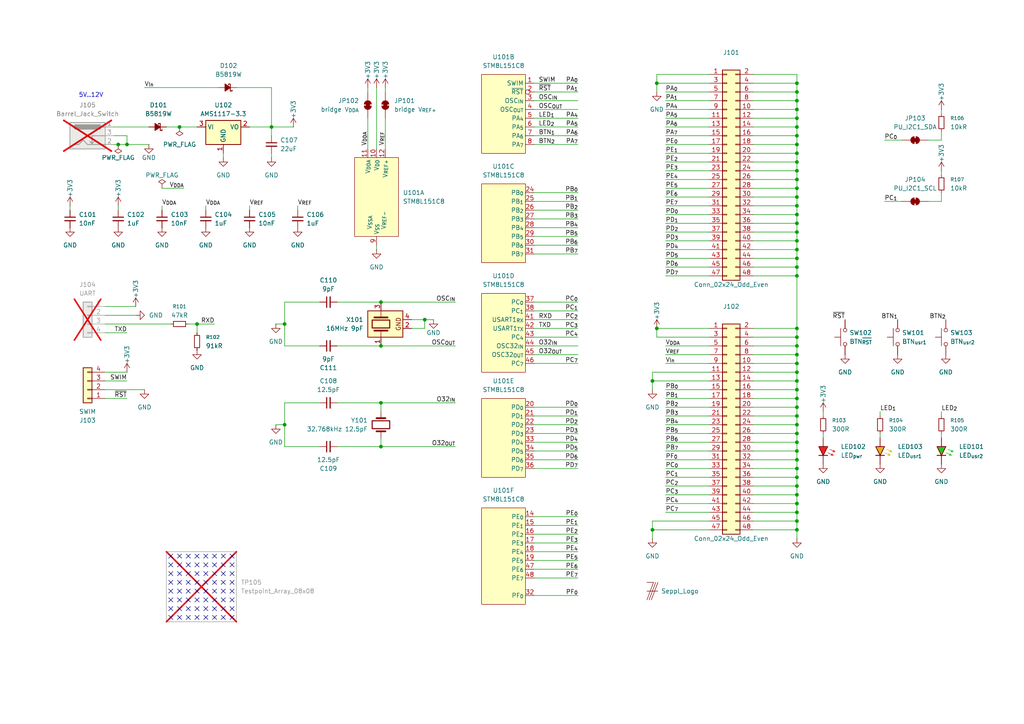
<source format=kicad_sch>
(kicad_sch
	(version 20250114)
	(generator "eeschema")
	(generator_version "9.0")
	(uuid "1c1a2d34-3b16-43ae-b476-103d99852114")
	(paper "A4")
	
	(text "5V..12V"
		(exclude_from_sim no)
		(at 26.416 27.686 0)
		(effects
			(font
				(size 1.27 1.27)
			)
		)
		(uuid "2c365476-d9a7-4e22-9c9c-0cd5b28cdef6")
	)
	(junction
		(at 231.14 102.87)
		(diameter 0)
		(color 0 0 0 0)
		(uuid "058bb74f-3ef7-4983-8213-0d960011ade8")
	)
	(junction
		(at 231.14 138.43)
		(diameter 0)
		(color 0 0 0 0)
		(uuid "068d380c-f887-4ef8-b8f2-3effc8f40bfb")
	)
	(junction
		(at 190.5 95.25)
		(diameter 0)
		(color 0 0 0 0)
		(uuid "0ac79a35-eb36-4e8c-a171-e6c0f99d1d69")
	)
	(junction
		(at 110.49 87.63)
		(diameter 0)
		(color 0 0 0 0)
		(uuid "0f00f5f2-4735-4236-a573-d810872371dd")
	)
	(junction
		(at 231.14 118.11)
		(diameter 0)
		(color 0 0 0 0)
		(uuid "10121bca-3e53-4967-b9d2-c62870b73a03")
	)
	(junction
		(at 189.23 110.49)
		(diameter 0)
		(color 0 0 0 0)
		(uuid "1737cf36-4d98-43eb-87a6-305f1edd5143")
	)
	(junction
		(at 57.15 93.98)
		(diameter 0)
		(color 0 0 0 0)
		(uuid "1a6d1a34-9244-424b-9283-7379cb3e8458")
	)
	(junction
		(at 231.14 67.31)
		(diameter 0)
		(color 0 0 0 0)
		(uuid "1eff2af4-6e23-4652-b283-3a2a350b277f")
	)
	(junction
		(at 231.14 52.07)
		(diameter 0)
		(color 0 0 0 0)
		(uuid "249f647c-809c-4556-9760-8e1c20ba1a19")
	)
	(junction
		(at 231.14 107.95)
		(diameter 0)
		(color 0 0 0 0)
		(uuid "2e6c09e4-691c-46a8-a43c-91e1b20716c8")
	)
	(junction
		(at 231.14 97.79)
		(diameter 0)
		(color 0 0 0 0)
		(uuid "2e89aa11-d4ea-4ff8-831c-3b999127fdff")
	)
	(junction
		(at 231.14 24.13)
		(diameter 0)
		(color 0 0 0 0)
		(uuid "314f6509-28f9-44a4-8ddb-34429c03b428")
	)
	(junction
		(at 231.14 77.47)
		(diameter 0)
		(color 0 0 0 0)
		(uuid "348f0d29-0ef8-47ec-9a73-152eaa28e2f4")
	)
	(junction
		(at 231.14 135.89)
		(diameter 0)
		(color 0 0 0 0)
		(uuid "39fab30c-0e11-4721-9001-e4058f6f1201")
	)
	(junction
		(at 231.14 80.01)
		(diameter 0)
		(color 0 0 0 0)
		(uuid "3da90d9f-aa2c-4a72-a772-48ddd4036e18")
	)
	(junction
		(at 190.5 24.13)
		(diameter 0)
		(color 0 0 0 0)
		(uuid "40f4b3ce-790f-4d15-826e-b571310542b5")
	)
	(junction
		(at 110.49 116.84)
		(diameter 0)
		(color 0 0 0 0)
		(uuid "4a65be1a-d119-4249-b378-f74afe6cf55a")
	)
	(junction
		(at 78.74 36.83)
		(diameter 0)
		(color 0 0 0 0)
		(uuid "4b279e5f-cef9-4e4f-b063-34595eec26d2")
	)
	(junction
		(at 231.14 39.37)
		(diameter 0)
		(color 0 0 0 0)
		(uuid "4fc3221f-0120-41ef-becd-a04ca76ea53c")
	)
	(junction
		(at 231.14 31.75)
		(diameter 0)
		(color 0 0 0 0)
		(uuid "524c5a9c-3170-4387-816d-c6372c78d8fa")
	)
	(junction
		(at 231.14 41.91)
		(diameter 0)
		(color 0 0 0 0)
		(uuid "544da872-8b32-4378-b1f5-f220aff3f32e")
	)
	(junction
		(at 231.14 110.49)
		(diameter 0)
		(color 0 0 0 0)
		(uuid "58d7128c-b6dd-4dec-a5b8-d490da3615be")
	)
	(junction
		(at 231.14 123.19)
		(diameter 0)
		(color 0 0 0 0)
		(uuid "6059816e-e38c-466b-82cf-0b9c74945bb1")
	)
	(junction
		(at 82.55 93.98)
		(diameter 0)
		(color 0 0 0 0)
		(uuid "626a53cc-43fa-454d-91ea-9a7bf65d4547")
	)
	(junction
		(at 231.14 59.69)
		(diameter 0)
		(color 0 0 0 0)
		(uuid "69c6aa1e-9bc3-4585-aaee-63f5137b8ad1")
	)
	(junction
		(at 231.14 54.61)
		(diameter 0)
		(color 0 0 0 0)
		(uuid "6b39a072-e276-4fa7-8910-99c05a58f98c")
	)
	(junction
		(at 231.14 151.13)
		(diameter 0)
		(color 0 0 0 0)
		(uuid "719f2afb-ac33-42c8-887b-d644381a033a")
	)
	(junction
		(at 231.14 133.35)
		(diameter 0)
		(color 0 0 0 0)
		(uuid "7beda794-9b63-4eef-b37b-b0defdbf1ad2")
	)
	(junction
		(at 231.14 49.53)
		(diameter 0)
		(color 0 0 0 0)
		(uuid "7e0a3200-b294-43b5-a08d-7cba0c101884")
	)
	(junction
		(at 231.14 74.93)
		(diameter 0)
		(color 0 0 0 0)
		(uuid "7f31df69-9671-4790-89a2-1295cb1d8f7b")
	)
	(junction
		(at 82.55 123.19)
		(diameter 0)
		(color 0 0 0 0)
		(uuid "84cf6980-1f31-4198-a3aa-8376c9b9a707")
	)
	(junction
		(at 231.14 44.45)
		(diameter 0)
		(color 0 0 0 0)
		(uuid "85b80094-dba9-4e6b-8579-07af9feeade9")
	)
	(junction
		(at 231.14 143.51)
		(diameter 0)
		(color 0 0 0 0)
		(uuid "881b10db-5690-4f9c-af96-28c88f5886bb")
	)
	(junction
		(at 231.14 72.39)
		(diameter 0)
		(color 0 0 0 0)
		(uuid "9911d175-542f-4457-853e-d8845e847e93")
	)
	(junction
		(at 231.14 115.57)
		(diameter 0)
		(color 0 0 0 0)
		(uuid "9dff47b3-1c00-47ae-9ce9-ee94f222a6fc")
	)
	(junction
		(at 231.14 46.99)
		(diameter 0)
		(color 0 0 0 0)
		(uuid "a3f8701a-946c-4a4f-8981-6b8c24b4ac2a")
	)
	(junction
		(at 231.14 130.81)
		(diameter 0)
		(color 0 0 0 0)
		(uuid "a7668db6-7635-49dc-9bce-5534713f924f")
	)
	(junction
		(at 231.14 120.65)
		(diameter 0)
		(color 0 0 0 0)
		(uuid "a76fbe5e-aaef-4fd3-b1b3-c24a8028d460")
	)
	(junction
		(at 52.07 36.83)
		(diameter 0)
		(color 0 0 0 0)
		(uuid "ab13d6b0-0f6f-4b75-948b-2a62b4d91923")
	)
	(junction
		(at 231.14 105.41)
		(diameter 0)
		(color 0 0 0 0)
		(uuid "ab17cc4b-ef2b-4049-8887-64a3d108c965")
	)
	(junction
		(at 231.14 113.03)
		(diameter 0)
		(color 0 0 0 0)
		(uuid "ac7cb6f7-5fe0-407b-821d-1184ed09ed74")
	)
	(junction
		(at 189.23 153.67)
		(diameter 0)
		(color 0 0 0 0)
		(uuid "b3101a08-0401-41da-9f52-4ad8218a0ac5")
	)
	(junction
		(at 231.14 29.21)
		(diameter 0)
		(color 0 0 0 0)
		(uuid "c2caf89f-22dc-44c9-be84-401158289a47")
	)
	(junction
		(at 34.29 41.91)
		(diameter 0)
		(color 0 0 0 0)
		(uuid "c39db28e-264e-42df-93d5-cab564e6a268")
	)
	(junction
		(at 231.14 36.83)
		(diameter 0)
		(color 0 0 0 0)
		(uuid "c7f47568-682f-490d-88a7-4efc553c2739")
	)
	(junction
		(at 231.14 64.77)
		(diameter 0)
		(color 0 0 0 0)
		(uuid "cc514ae3-e6ac-4c7e-818b-375e658cb2fe")
	)
	(junction
		(at 231.14 95.25)
		(diameter 0)
		(color 0 0 0 0)
		(uuid "cd9a06f1-f95c-4317-8e51-b8156646eec6")
	)
	(junction
		(at 231.14 128.27)
		(diameter 0)
		(color 0 0 0 0)
		(uuid "d0347342-13b5-4c05-9b8a-0700907fe374")
	)
	(junction
		(at 231.14 140.97)
		(diameter 0)
		(color 0 0 0 0)
		(uuid "d5f6b8b3-cb84-4307-8984-07aa089a53a2")
	)
	(junction
		(at 36.83 41.91)
		(diameter 0)
		(color 0 0 0 0)
		(uuid "dec8db9c-e3a8-4390-bdf8-c9ec5ed90841")
	)
	(junction
		(at 231.14 148.59)
		(diameter 0)
		(color 0 0 0 0)
		(uuid "e3cb0dca-f7a5-4b02-97ea-974773b05042")
	)
	(junction
		(at 231.14 57.15)
		(diameter 0)
		(color 0 0 0 0)
		(uuid "e58bdcaf-6bdb-4504-b0e6-c6dfb111eb47")
	)
	(junction
		(at 231.14 125.73)
		(diameter 0)
		(color 0 0 0 0)
		(uuid "e65ecd0c-431c-41f6-a8b9-5b9704a34aad")
	)
	(junction
		(at 110.49 100.33)
		(diameter 0)
		(color 0 0 0 0)
		(uuid "e69a0f14-586d-4bc7-a09b-9de2f48b611f")
	)
	(junction
		(at 231.14 34.29)
		(diameter 0)
		(color 0 0 0 0)
		(uuid "e8045218-45eb-47a3-ba4f-021a8ce94aff")
	)
	(junction
		(at 231.14 69.85)
		(diameter 0)
		(color 0 0 0 0)
		(uuid "ea7df971-f3e6-47fe-ae73-6b6df0b79be7")
	)
	(junction
		(at 231.14 26.67)
		(diameter 0)
		(color 0 0 0 0)
		(uuid "ea9b0258-7f1f-4f8c-83ba-22a4c913bbca")
	)
	(junction
		(at 110.49 129.54)
		(diameter 0)
		(color 0 0 0 0)
		(uuid "f6eddf8a-9490-4aec-8e53-3f6634e2362e")
	)
	(junction
		(at 231.14 100.33)
		(diameter 0)
		(color 0 0 0 0)
		(uuid "f8253089-1422-42c5-bef7-7bd23f04e562")
	)
	(junction
		(at 123.19 92.71)
		(diameter 0)
		(color 0 0 0 0)
		(uuid "fa3aeab1-5cfa-4136-bdeb-7a648b4728f7")
	)
	(junction
		(at 231.14 153.67)
		(diameter 0)
		(color 0 0 0 0)
		(uuid "fc61eba6-f114-431f-a43b-0c9e9289b0c9")
	)
	(junction
		(at 231.14 62.23)
		(diameter 0)
		(color 0 0 0 0)
		(uuid "fd2c172c-1c2a-4854-ad57-a4ff575619c0")
	)
	(junction
		(at 231.14 146.05)
		(diameter 0)
		(color 0 0 0 0)
		(uuid "fdae9c8f-4cea-48a7-bf0d-be0c15989c34")
	)
	(no_connect
		(at 62.23 161.29)
		(uuid "062059cc-016d-4041-8847-985f675e9b93")
	)
	(no_connect
		(at 64.77 171.45)
		(uuid "073cda88-966a-49c0-93ef-69306d4eafaf")
	)
	(no_connect
		(at 67.31 168.91)
		(uuid "098d1aa2-4def-4d18-ab48-275c87b2fc99")
	)
	(no_connect
		(at 59.69 171.45)
		(uuid "0a058b36-811c-4a3e-9908-de90c02e17d7")
	)
	(no_connect
		(at 52.07 163.83)
		(uuid "0b5d222c-a1d2-4fce-99fd-cdfbba2d021e")
	)
	(no_connect
		(at 54.61 173.99)
		(uuid "0dc3dec1-d398-45fd-a6a6-c8c4b41348e6")
	)
	(no_connect
		(at 62.23 171.45)
		(uuid "10b608c0-423d-4613-81bd-50f24f6bbe66")
	)
	(no_connect
		(at 49.53 176.53)
		(uuid "1110c19e-c495-4a2a-b4c2-51e16c9b0abf")
	)
	(no_connect
		(at 67.31 176.53)
		(uuid "14cfc4a3-d5b5-4f99-9a5b-5d5c0dd8cadb")
	)
	(no_connect
		(at 64.77 166.37)
		(uuid "15bc546e-5439-4335-beb6-9b5922daab0f")
	)
	(no_connect
		(at 59.69 179.07)
		(uuid "16a85de3-9141-4e32-86e2-7dcce6f8df85")
	)
	(no_connect
		(at 57.15 173.99)
		(uuid "16f49f5f-fe2c-447c-9621-58a84c0a05f9")
	)
	(no_connect
		(at 54.61 163.83)
		(uuid "19c83965-bcd2-4877-9f66-453f03abda3f")
	)
	(no_connect
		(at 49.53 161.29)
		(uuid "291a66fe-bfa3-4fa4-afb6-08d43c52baea")
	)
	(no_connect
		(at 52.07 166.37)
		(uuid "2d6342d7-d6df-4bc1-8752-4ecec2402da9")
	)
	(no_connect
		(at 52.07 168.91)
		(uuid "37bd34b9-0f1a-424a-9869-c21760f406c6")
	)
	(no_connect
		(at 67.31 166.37)
		(uuid "3bc9faaf-2693-4fb1-ba62-828913cc66aa")
	)
	(no_connect
		(at 67.31 179.07)
		(uuid "40120976-fe42-4006-b58c-7c5cd818c768")
	)
	(no_connect
		(at 49.53 179.07)
		(uuid "501d3868-0822-4734-a328-01db88f12884")
	)
	(no_connect
		(at 49.53 173.99)
		(uuid "50d66d22-b091-4183-b702-611ddcb2be03")
	)
	(no_connect
		(at 52.07 161.29)
		(uuid "5b1bf99f-9458-43c4-8dc8-a2e0832e2549")
	)
	(no_connect
		(at 62.23 163.83)
		(uuid "5ce72443-34dc-44b5-8b85-a582c22937a7")
	)
	(no_connect
		(at 52.07 179.07)
		(uuid "5f566c4d-9a85-4207-8503-d1b4599b7653")
	)
	(no_connect
		(at 59.69 176.53)
		(uuid "5fcd5f22-1183-4b60-8423-c93992d6d801")
	)
	(no_connect
		(at 54.61 179.07)
		(uuid "63ac88c4-8113-4a28-af05-c91910a0b60e")
	)
	(no_connect
		(at 49.53 166.37)
		(uuid "65f02f81-a2c0-40a7-9c9f-e81e6d24baa0")
	)
	(no_connect
		(at 67.31 171.45)
		(uuid "6680e94d-c6b6-41bc-8ead-a77526ccf03c")
	)
	(no_connect
		(at 62.23 179.07)
		(uuid "66ce96a1-6d81-4220-abda-badcf9f5fb0a")
	)
	(no_connect
		(at 62.23 166.37)
		(uuid "6b43ad69-8379-420d-98d9-3aae0887eecd")
	)
	(no_connect
		(at 52.07 171.45)
		(uuid "6ecee417-fc3e-48d0-8007-bc45e2e547c2")
	)
	(no_connect
		(at 59.69 168.91)
		(uuid "74dd00b9-53c2-4979-a75b-7490ea4d63d6")
	)
	(no_connect
		(at 54.61 171.45)
		(uuid "7dc45a5d-6886-4765-b124-fc810db98c97")
	)
	(no_connect
		(at 64.77 168.91)
		(uuid "8024ff69-c1a7-42cc-93f6-f112b0adfba2")
	)
	(no_connect
		(at 52.07 176.53)
		(uuid "80cac7e3-8bc7-4b25-a53b-6ef36b0ecbe3")
	)
	(no_connect
		(at 57.15 176.53)
		(uuid "8a9d23d3-654b-4f10-9b6f-54bae2d3032d")
	)
	(no_connect
		(at 64.77 179.07)
		(uuid "8d216494-8561-42a9-b734-41643e37a840")
	)
	(no_connect
		(at 57.15 168.91)
		(uuid "95ef9966-fa96-4de0-ac7b-1a325cd37424")
	)
	(no_connect
		(at 49.53 168.91)
		(uuid "973a81e1-d746-4677-806a-f886ca412ae4")
	)
	(no_connect
		(at 57.15 161.29)
		(uuid "974f81ba-c07a-4897-96fb-1980f7a0a5bc")
	)
	(no_connect
		(at 57.15 166.37)
		(uuid "9a9d33a4-0e86-42db-b2b3-3b515b485d72")
	)
	(no_connect
		(at 59.69 166.37)
		(uuid "a00b0209-be96-439f-9de0-cd664b96d18a")
	)
	(no_connect
		(at 67.31 173.99)
		(uuid "a7e1fa1b-d0c4-463d-8e12-1f56862df6e0")
	)
	(no_connect
		(at 64.77 163.83)
		(uuid "ac23d17c-8576-4c77-b057-9e9243462288")
	)
	(no_connect
		(at 49.53 163.83)
		(uuid "ad6e4b16-2746-4432-b9c8-4d2eeddb4574")
	)
	(no_connect
		(at 64.77 173.99)
		(uuid "aea50812-8beb-4ff2-b911-51427789f34a")
	)
	(no_connect
		(at 62.23 168.91)
		(uuid "b4c3c338-96a1-4d2d-b62b-0875034ea0c1")
	)
	(no_connect
		(at 59.69 161.29)
		(uuid "bf9f70f2-8bd1-4e0a-8036-f1248db64d4f")
	)
	(no_connect
		(at 59.69 163.83)
		(uuid "c064ac6a-896b-4031-8b5b-50c9d087f9f7")
	)
	(no_connect
		(at 67.31 163.83)
		(uuid "c22e5dbd-52c9-4d75-a538-08d0ceefaef2")
	)
	(no_connect
		(at 52.07 173.99)
		(uuid "c3953a75-bf72-4881-b17e-2690f5366cfe")
	)
	(no_connect
		(at 54.61 166.37)
		(uuid "c44b0c7d-3682-4a7a-ab72-7573e6acfe55")
	)
	(no_connect
		(at 59.69 173.99)
		(uuid "c54a235e-69f6-4929-8bce-041c99b27385")
	)
	(no_connect
		(at 54.61 161.29)
		(uuid "c7f228eb-4c67-4bac-a7f5-b549e23250d8")
	)
	(no_connect
		(at 64.77 161.29)
		(uuid "d19fac6b-761a-47a8-9097-4de39331c1ab")
	)
	(no_connect
		(at 62.23 173.99)
		(uuid "d1bd45cf-2b0c-4694-8bf8-3d22dacee315")
	)
	(no_connect
		(at 57.15 171.45)
		(uuid "db95ecaf-027b-49f2-b134-ccc89699f00e")
	)
	(no_connect
		(at 54.61 168.91)
		(uuid "e06d6bee-2452-4811-96cf-0a90ced89a7c")
	)
	(no_connect
		(at 57.15 179.07)
		(uuid "eb51cc8a-9a8d-4e87-909c-bbe8ad7a2caa")
	)
	(no_connect
		(at 49.53 171.45)
		(uuid "ebe3dbd6-da45-4143-b1c6-e9b5e575d17a")
	)
	(no_connect
		(at 54.61 176.53)
		(uuid "ec8e710f-d412-4f28-bcf4-d3bf211c90cb")
	)
	(no_connect
		(at 57.15 163.83)
		(uuid "f2565d60-023b-420d-84b7-1b84553f4859")
	)
	(no_connect
		(at 67.31 161.29)
		(uuid "f6322897-5cd8-4ead-b193-15407d37c02a")
	)
	(no_connect
		(at 64.77 176.53)
		(uuid "fbf4bc33-9ad8-4adf-8eb6-3e6c459f555c")
	)
	(no_connect
		(at 62.23 176.53)
		(uuid "ff290213-2758-4a10-9b80-8254749f6cf8")
	)
	(wire
		(pts
			(xy 33.02 39.37) (xy 36.83 39.37)
		)
		(stroke
			(width 0)
			(type default)
		)
		(uuid "00cc1e45-cc46-4c18-bdc8-0b28d5db5bc0")
	)
	(wire
		(pts
			(xy 39.37 88.9) (xy 30.48 88.9)
		)
		(stroke
			(width 0)
			(type default)
		)
		(uuid "01e876b7-849d-48f0-9d24-dd8b86022e22")
	)
	(wire
		(pts
			(xy 193.04 64.77) (xy 205.74 64.77)
		)
		(stroke
			(width 0)
			(type default)
		)
		(uuid "01f90b82-73e6-496b-aa6b-98f4c6f79c79")
	)
	(wire
		(pts
			(xy 218.44 113.03) (xy 231.14 113.03)
		)
		(stroke
			(width 0)
			(type default)
		)
		(uuid "02771076-6bc1-4ef1-9a8f-6f7e17f9e298")
	)
	(wire
		(pts
			(xy 154.94 157.48) (xy 167.64 157.48)
		)
		(stroke
			(width 0)
			(type default)
		)
		(uuid "030578c4-9406-4fab-a7d9-561b7a71477e")
	)
	(wire
		(pts
			(xy 218.44 133.35) (xy 231.14 133.35)
		)
		(stroke
			(width 0)
			(type default)
		)
		(uuid "038baede-3ea5-4388-98f4-006830cdc28c")
	)
	(wire
		(pts
			(xy 97.79 116.84) (xy 110.49 116.84)
		)
		(stroke
			(width 0)
			(type default)
		)
		(uuid "0522c826-a3f9-4b51-ad39-86f161473a9a")
	)
	(wire
		(pts
			(xy 193.04 105.41) (xy 205.74 105.41)
		)
		(stroke
			(width 0)
			(type default)
		)
		(uuid "0545ce5d-02cf-4316-adc7-4beab4afee6c")
	)
	(wire
		(pts
			(xy 193.04 49.53) (xy 205.74 49.53)
		)
		(stroke
			(width 0)
			(type default)
		)
		(uuid "0548b756-f8e7-4951-9675-a65c41aae2ff")
	)
	(wire
		(pts
			(xy 193.04 115.57) (xy 205.74 115.57)
		)
		(stroke
			(width 0)
			(type default)
		)
		(uuid "06d5fd91-8f5f-489d-9e24-07fc0cb8d3fc")
	)
	(wire
		(pts
			(xy 190.5 21.59) (xy 205.74 21.59)
		)
		(stroke
			(width 0)
			(type default)
		)
		(uuid "06e4041c-f313-40eb-a915-da445f626ba7")
	)
	(wire
		(pts
			(xy 154.94 58.42) (xy 167.64 58.42)
		)
		(stroke
			(width 0)
			(type default)
		)
		(uuid "06f01035-ce44-4456-a0e1-86afbc7815b8")
	)
	(wire
		(pts
			(xy 80.01 123.19) (xy 82.55 123.19)
		)
		(stroke
			(width 0)
			(type default)
		)
		(uuid "07bb2d10-498d-4acf-b0a8-84af65abb78a")
	)
	(wire
		(pts
			(xy 189.23 151.13) (xy 205.74 151.13)
		)
		(stroke
			(width 0)
			(type default)
		)
		(uuid "0a0d26a1-743f-4751-b917-c64c0c23edc5")
	)
	(wire
		(pts
			(xy 72.39 59.69) (xy 72.39 60.96)
		)
		(stroke
			(width 0)
			(type default)
		)
		(uuid "0b40e4dd-f192-4ae5-9b39-8d99cd7af178")
	)
	(wire
		(pts
			(xy 273.05 125.73) (xy 273.05 127)
		)
		(stroke
			(width 0)
			(type default)
		)
		(uuid "0df80a74-cff0-4962-a41e-4da2de481367")
	)
	(wire
		(pts
			(xy 193.04 29.21) (xy 205.74 29.21)
		)
		(stroke
			(width 0)
			(type default)
		)
		(uuid "0e3a6531-c833-4eaa-9eb7-0c8c9d9b8e46")
	)
	(wire
		(pts
			(xy 154.94 162.56) (xy 167.64 162.56)
		)
		(stroke
			(width 0)
			(type default)
		)
		(uuid "0e5e5225-e8ac-4c83-8796-3b6fec09716d")
	)
	(wire
		(pts
			(xy 231.14 120.65) (xy 231.14 118.11)
		)
		(stroke
			(width 0)
			(type default)
		)
		(uuid "1091edce-91ca-403b-8f52-dce24edcbd52")
	)
	(wire
		(pts
			(xy 218.44 39.37) (xy 231.14 39.37)
		)
		(stroke
			(width 0)
			(type default)
		)
		(uuid "13859e43-11fe-49c3-9063-73de60c0b31c")
	)
	(wire
		(pts
			(xy 82.55 87.63) (xy 82.55 93.98)
		)
		(stroke
			(width 0)
			(type default)
		)
		(uuid "1521a565-afb3-46bc-b7bc-467131cc4acc")
	)
	(wire
		(pts
			(xy 106.68 25.4) (xy 106.68 26.67)
		)
		(stroke
			(width 0)
			(type default)
		)
		(uuid "16764541-7e98-44c5-87c0-46706e000c7c")
	)
	(wire
		(pts
			(xy 154.94 133.35) (xy 167.64 133.35)
		)
		(stroke
			(width 0)
			(type default)
		)
		(uuid "1680e568-f952-48d0-8f20-e2066e7633a1")
	)
	(wire
		(pts
			(xy 82.55 116.84) (xy 82.55 123.19)
		)
		(stroke
			(width 0)
			(type default)
		)
		(uuid "16ab5d1e-2ae4-4efe-aa54-936caefebbce")
	)
	(wire
		(pts
			(xy 231.14 59.69) (xy 231.14 57.15)
		)
		(stroke
			(width 0)
			(type default)
		)
		(uuid "17287838-7f74-4235-8596-2ebb40d5b5f8")
	)
	(wire
		(pts
			(xy 218.44 143.51) (xy 231.14 143.51)
		)
		(stroke
			(width 0)
			(type default)
		)
		(uuid "17b4578a-9fde-4164-908c-9721129fbb4d")
	)
	(wire
		(pts
			(xy 82.55 100.33) (xy 92.71 100.33)
		)
		(stroke
			(width 0)
			(type default)
		)
		(uuid "18b4c274-e70e-4053-9150-47acb934b7c7")
	)
	(wire
		(pts
			(xy 190.5 21.59) (xy 190.5 24.13)
		)
		(stroke
			(width 0)
			(type default)
		)
		(uuid "18bf76cc-fb56-4ad4-9d78-fa728ead65f7")
	)
	(wire
		(pts
			(xy 193.04 62.23) (xy 205.74 62.23)
		)
		(stroke
			(width 0)
			(type default)
		)
		(uuid "1b611e61-6513-4d44-bc4d-0f5dfc73071b")
	)
	(wire
		(pts
			(xy 111.76 25.4) (xy 111.76 26.67)
		)
		(stroke
			(width 0)
			(type default)
		)
		(uuid "1b799b42-8b77-4200-b8d6-df1298955bd8")
	)
	(wire
		(pts
			(xy 261.62 58.42) (xy 256.54 58.42)
		)
		(stroke
			(width 0)
			(type default)
		)
		(uuid "1c075abe-0cb5-4a75-849f-cddbb3a99c88")
	)
	(wire
		(pts
			(xy 231.14 57.15) (xy 231.14 54.61)
		)
		(stroke
			(width 0)
			(type default)
		)
		(uuid "1ca4fbe5-989c-48cb-9e21-6e998ddd8cf2")
	)
	(wire
		(pts
			(xy 72.39 36.83) (xy 78.74 36.83)
		)
		(stroke
			(width 0)
			(type default)
		)
		(uuid "1cceedf3-ac7e-4f12-ab3d-efe9df7719e9")
	)
	(wire
		(pts
			(xy 189.23 153.67) (xy 189.23 156.21)
		)
		(stroke
			(width 0)
			(type default)
		)
		(uuid "1dda387b-ffc7-4cec-9163-08c544a8732c")
	)
	(wire
		(pts
			(xy 36.83 41.91) (xy 34.29 41.91)
		)
		(stroke
			(width 0)
			(type default)
		)
		(uuid "1ed8108a-dc1a-407e-9a0a-9e147f7b4444")
	)
	(wire
		(pts
			(xy 218.44 110.49) (xy 231.14 110.49)
		)
		(stroke
			(width 0)
			(type default)
		)
		(uuid "1f63fea3-7d60-4f8d-b9f2-e588c808b7c4")
	)
	(wire
		(pts
			(xy 231.14 107.95) (xy 231.14 105.41)
		)
		(stroke
			(width 0)
			(type default)
		)
		(uuid "1fa59f5e-40f5-409b-985d-5a6782b38ac8")
	)
	(wire
		(pts
			(xy 68.58 25.4) (xy 78.74 25.4)
		)
		(stroke
			(width 0)
			(type default)
		)
		(uuid "20c21d62-5682-4557-a4fc-c08ca1affa6b")
	)
	(wire
		(pts
			(xy 82.55 93.98) (xy 82.55 100.33)
		)
		(stroke
			(width 0)
			(type default)
		)
		(uuid "21589657-5c35-42e6-84b8-3d9343641187")
	)
	(wire
		(pts
			(xy 255.27 119.38) (xy 255.27 120.65)
		)
		(stroke
			(width 0)
			(type default)
		)
		(uuid "222f152a-bf45-4688-9772-b49475e1434b")
	)
	(wire
		(pts
			(xy 193.04 123.19) (xy 205.74 123.19)
		)
		(stroke
			(width 0)
			(type default)
		)
		(uuid "22fb934b-302f-4f4c-9a51-b0da7f1bfcf1")
	)
	(wire
		(pts
			(xy 30.48 93.98) (xy 49.53 93.98)
		)
		(stroke
			(width 0)
			(type default)
		)
		(uuid "23634798-df81-4bf7-9997-5d4d2114e529")
	)
	(wire
		(pts
			(xy 190.5 24.13) (xy 205.74 24.13)
		)
		(stroke
			(width 0)
			(type default)
		)
		(uuid "23ca2ba4-a01f-43da-87e6-b753a2aba6e4")
	)
	(wire
		(pts
			(xy 154.94 100.33) (xy 167.64 100.33)
		)
		(stroke
			(width 0)
			(type default)
		)
		(uuid "256b2ec0-1a91-4c9e-b970-fe3785b08a2e")
	)
	(wire
		(pts
			(xy 193.04 36.83) (xy 205.74 36.83)
		)
		(stroke
			(width 0)
			(type default)
		)
		(uuid "25ddede4-3190-4ec6-99ce-ed36223f7c8a")
	)
	(wire
		(pts
			(xy 231.14 102.87) (xy 231.14 100.33)
		)
		(stroke
			(width 0)
			(type default)
		)
		(uuid "26640abe-c791-4a3d-b795-cbafa6f88393")
	)
	(wire
		(pts
			(xy 193.04 57.15) (xy 205.74 57.15)
		)
		(stroke
			(width 0)
			(type default)
		)
		(uuid "2681196a-57da-4d1a-921f-2e0b4620c089")
	)
	(wire
		(pts
			(xy 218.44 128.27) (xy 231.14 128.27)
		)
		(stroke
			(width 0)
			(type default)
		)
		(uuid "26b83d4c-1a4f-49d6-9c49-3650bc42592c")
	)
	(wire
		(pts
			(xy 231.14 80.01) (xy 231.14 95.25)
		)
		(stroke
			(width 0)
			(type default)
		)
		(uuid "272267b9-f606-466f-961b-9ba192e891e0")
	)
	(wire
		(pts
			(xy 82.55 129.54) (xy 92.71 129.54)
		)
		(stroke
			(width 0)
			(type default)
		)
		(uuid "280111f2-579a-4b88-b46b-106d900fe6ae")
	)
	(wire
		(pts
			(xy 231.14 143.51) (xy 231.14 140.97)
		)
		(stroke
			(width 0)
			(type default)
		)
		(uuid "28a0f18c-109c-406d-9c9d-ebe22180c8b6")
	)
	(wire
		(pts
			(xy 231.14 49.53) (xy 231.14 46.99)
		)
		(stroke
			(width 0)
			(type default)
		)
		(uuid "29996d8c-b2bc-42c0-b102-ea375b90ff1f")
	)
	(wire
		(pts
			(xy 30.48 91.44) (xy 39.37 91.44)
		)
		(stroke
			(width 0)
			(type default)
		)
		(uuid "2b9fce59-2793-42d8-8c68-d34a3e6aeb4b")
	)
	(wire
		(pts
			(xy 189.23 107.95) (xy 205.74 107.95)
		)
		(stroke
			(width 0)
			(type default)
		)
		(uuid "356187ed-86db-40fb-91d2-ad3e2060485c")
	)
	(wire
		(pts
			(xy 231.14 156.21) (xy 231.14 153.67)
		)
		(stroke
			(width 0)
			(type default)
		)
		(uuid "364b9d6f-a9c6-4461-9afd-14fec43de17d")
	)
	(wire
		(pts
			(xy 193.04 140.97) (xy 205.74 140.97)
		)
		(stroke
			(width 0)
			(type default)
		)
		(uuid "370d2841-dedc-4ff4-b20f-aef68a5005fd")
	)
	(wire
		(pts
			(xy 218.44 95.25) (xy 231.14 95.25)
		)
		(stroke
			(width 0)
			(type default)
		)
		(uuid "3713efe3-795c-40ee-b0ce-d7ea69372939")
	)
	(wire
		(pts
			(xy 189.23 153.67) (xy 205.74 153.67)
		)
		(stroke
			(width 0)
			(type default)
		)
		(uuid "3801a83b-0edd-4e55-94ce-69df71fd37f3")
	)
	(wire
		(pts
			(xy 109.22 72.39) (xy 109.22 71.12)
		)
		(stroke
			(width 0)
			(type default)
		)
		(uuid "3810f91c-588b-4e5c-b924-690e27113a38")
	)
	(wire
		(pts
			(xy 231.14 34.29) (xy 231.14 31.75)
		)
		(stroke
			(width 0)
			(type default)
		)
		(uuid "381fde18-cb8b-4467-a5e6-2ab8adefef38")
	)
	(wire
		(pts
			(xy 231.14 128.27) (xy 231.14 125.73)
		)
		(stroke
			(width 0)
			(type default)
		)
		(uuid "3914315f-927c-49d6-a6b6-4e549fd6cd94")
	)
	(wire
		(pts
			(xy 218.44 44.45) (xy 231.14 44.45)
		)
		(stroke
			(width 0)
			(type default)
		)
		(uuid "3964da73-8233-4fc5-804f-fa749b480ee8")
	)
	(wire
		(pts
			(xy 193.04 69.85) (xy 205.74 69.85)
		)
		(stroke
			(width 0)
			(type default)
		)
		(uuid "3abb9088-65a8-4cd5-b893-c55068f8d011")
	)
	(wire
		(pts
			(xy 154.94 68.58) (xy 167.64 68.58)
		)
		(stroke
			(width 0)
			(type default)
		)
		(uuid "3ba74682-fa48-428a-ac6f-c71f67d4e223")
	)
	(wire
		(pts
			(xy 231.14 44.45) (xy 231.14 41.91)
		)
		(stroke
			(width 0)
			(type default)
		)
		(uuid "3c23ba0f-bf8e-47a9-9814-53d47d99fa49")
	)
	(wire
		(pts
			(xy 193.04 77.47) (xy 205.74 77.47)
		)
		(stroke
			(width 0)
			(type default)
		)
		(uuid "3c36479a-040d-45d5-8ff7-887a1d17570c")
	)
	(wire
		(pts
			(xy 231.14 151.13) (xy 231.14 148.59)
		)
		(stroke
			(width 0)
			(type default)
		)
		(uuid "3c3f9a22-da7a-4cf0-adff-4692dd2c0d38")
	)
	(wire
		(pts
			(xy 154.94 135.89) (xy 167.64 135.89)
		)
		(stroke
			(width 0)
			(type default)
		)
		(uuid "3cfa1536-83d6-4124-8a86-737f3abafdc5")
	)
	(wire
		(pts
			(xy 33.02 36.83) (xy 43.18 36.83)
		)
		(stroke
			(width 0)
			(type default)
		)
		(uuid "3d02c59e-ff52-4958-88ec-f6f12a30c6aa")
	)
	(wire
		(pts
			(xy 218.44 46.99) (xy 231.14 46.99)
		)
		(stroke
			(width 0)
			(type default)
		)
		(uuid "3d03f33d-709c-4124-918b-da0c8803bcbe")
	)
	(wire
		(pts
			(xy 231.14 24.13) (xy 231.14 21.59)
		)
		(stroke
			(width 0)
			(type default)
		)
		(uuid "3eff2f58-f34e-46df-9a3d-5bd42076af30")
	)
	(wire
		(pts
			(xy 154.94 97.79) (xy 167.64 97.79)
		)
		(stroke
			(width 0)
			(type default)
		)
		(uuid "3ffa1c38-3e01-4991-8b4a-475a55063090")
	)
	(wire
		(pts
			(xy 154.94 87.63) (xy 167.64 87.63)
		)
		(stroke
			(width 0)
			(type default)
		)
		(uuid "40d6dce5-0da4-488d-bb85-2db773c45d94")
	)
	(wire
		(pts
			(xy 190.5 97.79) (xy 205.74 97.79)
		)
		(stroke
			(width 0)
			(type default)
		)
		(uuid "42c8c2e2-552b-4a5f-b2fa-e3c5c7dee633")
	)
	(wire
		(pts
			(xy 110.49 129.54) (xy 132.08 129.54)
		)
		(stroke
			(width 0)
			(type default)
		)
		(uuid "4598b900-154b-4731-85b4-e6e3b443d446")
	)
	(wire
		(pts
			(xy 231.14 80.01) (xy 231.14 77.47)
		)
		(stroke
			(width 0)
			(type default)
		)
		(uuid "45ce3901-47a1-4bc1-a4c8-c4161d66c68c")
	)
	(wire
		(pts
			(xy 123.19 92.71) (xy 119.38 92.71)
		)
		(stroke
			(width 0)
			(type default)
		)
		(uuid "45f2ab88-995d-4865-8bb0-41c4cb2316bc")
	)
	(wire
		(pts
			(xy 154.94 102.87) (xy 167.64 102.87)
		)
		(stroke
			(width 0)
			(type default)
		)
		(uuid "4641377e-3fb1-47fe-87b9-7cdc70f3c802")
	)
	(wire
		(pts
			(xy 218.44 36.83) (xy 231.14 36.83)
		)
		(stroke
			(width 0)
			(type default)
		)
		(uuid "472f35c1-1d67-4260-93f1-23c1d66bfa15")
	)
	(wire
		(pts
			(xy 218.44 59.69) (xy 231.14 59.69)
		)
		(stroke
			(width 0)
			(type default)
		)
		(uuid "4810ce13-fa9a-486e-ad66-0be0f8dd4746")
	)
	(wire
		(pts
			(xy 190.5 24.13) (xy 190.5 26.67)
		)
		(stroke
			(width 0)
			(type default)
		)
		(uuid "48eca2b4-6acb-43a7-b1b3-f7762312ec1a")
	)
	(wire
		(pts
			(xy 218.44 148.59) (xy 231.14 148.59)
		)
		(stroke
			(width 0)
			(type default)
		)
		(uuid "4962018f-9624-44a9-b22f-b8267fca1291")
	)
	(wire
		(pts
			(xy 154.94 36.83) (xy 167.64 36.83)
		)
		(stroke
			(width 0)
			(type default)
		)
		(uuid "4ae798b9-f072-4a23-b353-e845aa383947")
	)
	(wire
		(pts
			(xy 154.94 120.65) (xy 167.64 120.65)
		)
		(stroke
			(width 0)
			(type default)
		)
		(uuid "4be19e91-1ce5-4077-89ee-8c80a869446a")
	)
	(wire
		(pts
			(xy 218.44 29.21) (xy 231.14 29.21)
		)
		(stroke
			(width 0)
			(type default)
		)
		(uuid "4d255ec9-7367-446c-8926-b581a67c37d7")
	)
	(wire
		(pts
			(xy 231.14 39.37) (xy 231.14 36.83)
		)
		(stroke
			(width 0)
			(type default)
		)
		(uuid "4d69bf90-1a74-4a3e-b8bb-29aa4ffeb09a")
	)
	(wire
		(pts
			(xy 64.77 45.72) (xy 64.77 44.45)
		)
		(stroke
			(width 0)
			(type default)
		)
		(uuid "505d569a-19da-4efc-954b-e8fb92e042cb")
	)
	(wire
		(pts
			(xy 218.44 74.93) (xy 231.14 74.93)
		)
		(stroke
			(width 0)
			(type default)
		)
		(uuid "51c63669-1f03-4ca9-bd78-a35632f9c1b6")
	)
	(wire
		(pts
			(xy 30.48 115.57) (xy 36.83 115.57)
		)
		(stroke
			(width 0)
			(type default)
		)
		(uuid "51d1bbd9-4269-49b2-9f6f-15d040a4408e")
	)
	(wire
		(pts
			(xy 193.04 54.61) (xy 205.74 54.61)
		)
		(stroke
			(width 0)
			(type default)
		)
		(uuid "5204c730-75ab-41f8-a8d2-54bd7ed9f5fd")
	)
	(wire
		(pts
			(xy 193.04 31.75) (xy 205.74 31.75)
		)
		(stroke
			(width 0)
			(type default)
		)
		(uuid "548c595d-ed30-46ec-95d7-cf85114611b6")
	)
	(wire
		(pts
			(xy 30.48 110.49) (xy 36.83 110.49)
		)
		(stroke
			(width 0)
			(type default)
		)
		(uuid "5588f5ad-5cab-49d4-9d03-f2503e17671d")
	)
	(wire
		(pts
			(xy 231.14 72.39) (xy 231.14 69.85)
		)
		(stroke
			(width 0)
			(type default)
		)
		(uuid "559742c1-e36e-42f0-a374-556b6a3daf1d")
	)
	(wire
		(pts
			(xy 231.14 31.75) (xy 231.14 29.21)
		)
		(stroke
			(width 0)
			(type default)
		)
		(uuid "5608d2de-d913-4d71-ba0f-678799fb9825")
	)
	(wire
		(pts
			(xy 36.83 39.37) (xy 36.83 41.91)
		)
		(stroke
			(width 0)
			(type default)
		)
		(uuid "58d0a959-db7c-493e-9068-d4579a6b988b")
	)
	(wire
		(pts
			(xy 218.44 26.67) (xy 231.14 26.67)
		)
		(stroke
			(width 0)
			(type default)
		)
		(uuid "58ec6db9-a695-4540-a858-3bdcff8def7e")
	)
	(wire
		(pts
			(xy 97.79 100.33) (xy 110.49 100.33)
		)
		(stroke
			(width 0)
			(type default)
		)
		(uuid "5a317496-4913-4970-b192-535fb8beefc3")
	)
	(wire
		(pts
			(xy 154.94 63.5) (xy 167.64 63.5)
		)
		(stroke
			(width 0)
			(type default)
		)
		(uuid "5c75cfae-06bf-40f3-953d-205151efb095")
	)
	(wire
		(pts
			(xy 154.94 95.25) (xy 167.64 95.25)
		)
		(stroke
			(width 0)
			(type default)
		)
		(uuid "5fa7492c-ac1c-471b-8ef6-feb72334a3e2")
	)
	(wire
		(pts
			(xy 231.14 36.83) (xy 231.14 34.29)
		)
		(stroke
			(width 0)
			(type default)
		)
		(uuid "5fefb59e-7803-4066-b911-2f4364db2a73")
	)
	(wire
		(pts
			(xy 231.14 62.23) (xy 231.14 59.69)
		)
		(stroke
			(width 0)
			(type default)
		)
		(uuid "60623b1c-dc76-475a-ba95-8e8819d17f64")
	)
	(wire
		(pts
			(xy 154.94 29.21) (xy 167.64 29.21)
		)
		(stroke
			(width 0)
			(type default)
		)
		(uuid "621d11d9-6227-4fc9-a36d-82fcfacade1a")
	)
	(wire
		(pts
			(xy 231.14 105.41) (xy 231.14 102.87)
		)
		(stroke
			(width 0)
			(type default)
		)
		(uuid "62327d9d-cebb-4eb3-b6a6-82faf1cece4c")
	)
	(wire
		(pts
			(xy 218.44 146.05) (xy 231.14 146.05)
		)
		(stroke
			(width 0)
			(type default)
		)
		(uuid "6268105e-8517-4da9-8645-febf659897c1")
	)
	(wire
		(pts
			(xy 154.94 149.86) (xy 167.64 149.86)
		)
		(stroke
			(width 0)
			(type default)
		)
		(uuid "62fb3ef7-689a-4acd-83d4-0c2bf8674da7")
	)
	(wire
		(pts
			(xy 154.94 41.91) (xy 167.64 41.91)
		)
		(stroke
			(width 0)
			(type default)
		)
		(uuid "636db592-2b76-4941-b6e4-b308f851e8bf")
	)
	(wire
		(pts
			(xy 193.04 133.35) (xy 205.74 133.35)
		)
		(stroke
			(width 0)
			(type default)
		)
		(uuid "64dd5794-1d6a-4129-98a5-6eaa3068faf7")
	)
	(wire
		(pts
			(xy 193.04 46.99) (xy 205.74 46.99)
		)
		(stroke
			(width 0)
			(type default)
		)
		(uuid "66623377-bcd2-4af7-b688-007253e79065")
	)
	(wire
		(pts
			(xy 20.32 59.69) (xy 20.32 60.96)
		)
		(stroke
			(width 0)
			(type default)
		)
		(uuid "667abb45-a9cc-4752-ae2c-c9228e4fe59d")
	)
	(wire
		(pts
			(xy 46.99 59.69) (xy 46.99 60.96)
		)
		(stroke
			(width 0)
			(type default)
		)
		(uuid "66b9ebfb-f5f5-4625-98ef-a91c738c9d0d")
	)
	(wire
		(pts
			(xy 154.94 154.94) (xy 167.64 154.94)
		)
		(stroke
			(width 0)
			(type default)
		)
		(uuid "6840ae85-20cb-4323-b856-a0313fe60a8e")
	)
	(wire
		(pts
			(xy 231.14 110.49) (xy 231.14 107.95)
		)
		(stroke
			(width 0)
			(type default)
		)
		(uuid "686d7634-8cbb-4d2d-8432-6b641440afac")
	)
	(wire
		(pts
			(xy 82.55 87.63) (xy 92.71 87.63)
		)
		(stroke
			(width 0)
			(type default)
		)
		(uuid "68c60794-cf7f-43aa-9871-0e0a8ead3758")
	)
	(wire
		(pts
			(xy 110.49 116.84) (xy 110.49 119.38)
		)
		(stroke
			(width 0)
			(type default)
		)
		(uuid "68df7346-ba39-41bb-8814-28508230b5db")
	)
	(wire
		(pts
			(xy 189.23 151.13) (xy 189.23 153.67)
		)
		(stroke
			(width 0)
			(type default)
		)
		(uuid "6abfcc2d-0aa7-4fbe-a2b8-dbc62884bdfc")
	)
	(wire
		(pts
			(xy 53.34 54.61) (xy 46.99 54.61)
		)
		(stroke
			(width 0)
			(type default)
		)
		(uuid "6b038165-6106-4cb8-aca9-bee040a22917")
	)
	(wire
		(pts
			(xy 218.44 49.53) (xy 231.14 49.53)
		)
		(stroke
			(width 0)
			(type default)
		)
		(uuid "6c92b1db-6480-4c91-827e-40cb9abc581c")
	)
	(wire
		(pts
			(xy 92.71 116.84) (xy 82.55 116.84)
		)
		(stroke
			(width 0)
			(type default)
		)
		(uuid "6d32e0c1-309c-462e-ba1f-f00a4f7c1bbc")
	)
	(wire
		(pts
			(xy 154.94 105.41) (xy 167.64 105.41)
		)
		(stroke
			(width 0)
			(type default)
		)
		(uuid "6e502f11-9b7d-43a7-9aa8-70de046f8643")
	)
	(wire
		(pts
			(xy 193.04 138.43) (xy 205.74 138.43)
		)
		(stroke
			(width 0)
			(type default)
		)
		(uuid "6f08eec6-7ec0-4860-b66c-9416b6fd692b")
	)
	(wire
		(pts
			(xy 193.04 52.07) (xy 205.74 52.07)
		)
		(stroke
			(width 0)
			(type default)
		)
		(uuid "6f4b94c7-1868-4bd0-aba5-793588a0fa65")
	)
	(wire
		(pts
			(xy 231.14 77.47) (xy 231.14 74.93)
		)
		(stroke
			(width 0)
			(type default)
		)
		(uuid "6fc3b8ef-9c94-4f39-86ac-b08074f3b19d")
	)
	(wire
		(pts
			(xy 193.04 148.59) (xy 205.74 148.59)
		)
		(stroke
			(width 0)
			(type default)
		)
		(uuid "7555fd11-a4bd-42ff-965a-cfccdc398b31")
	)
	(wire
		(pts
			(xy 231.14 118.11) (xy 231.14 115.57)
		)
		(stroke
			(width 0)
			(type default)
		)
		(uuid "75a39ef9-da1c-4638-97b2-0bc581d95e03")
	)
	(wire
		(pts
			(xy 273.05 119.38) (xy 273.05 120.65)
		)
		(stroke
			(width 0)
			(type default)
		)
		(uuid "7652c1ba-598b-4afd-bce5-a8fa034829ed")
	)
	(wire
		(pts
			(xy 193.04 67.31) (xy 205.74 67.31)
		)
		(stroke
			(width 0)
			(type default)
		)
		(uuid "77cab4f0-5647-47c5-b360-5c643de341a2")
	)
	(wire
		(pts
			(xy 154.94 90.17) (xy 167.64 90.17)
		)
		(stroke
			(width 0)
			(type default)
		)
		(uuid "79c6a730-d5da-49ce-8ba9-87b96e4eb1c5")
	)
	(wire
		(pts
			(xy 193.04 34.29) (xy 205.74 34.29)
		)
		(stroke
			(width 0)
			(type default)
		)
		(uuid "7a9aa9ca-b115-4211-b8ff-8b14341a65d7")
	)
	(wire
		(pts
			(xy 78.74 25.4) (xy 78.74 36.83)
		)
		(stroke
			(width 0)
			(type default)
		)
		(uuid "7c3f70a7-52e7-4878-a384-4db44cc2b04b")
	)
	(wire
		(pts
			(xy 231.14 148.59) (xy 231.14 146.05)
		)
		(stroke
			(width 0)
			(type default)
		)
		(uuid "7cb858a6-9d13-42c2-911f-58bca87d54f1")
	)
	(wire
		(pts
			(xy 273.05 55.88) (xy 273.05 58.42)
		)
		(stroke
			(width 0)
			(type default)
		)
		(uuid "7dfdd7fb-a12c-4516-8919-96c1c8a9dc1e")
	)
	(wire
		(pts
			(xy 218.44 72.39) (xy 231.14 72.39)
		)
		(stroke
			(width 0)
			(type default)
		)
		(uuid "7f61ce36-834a-43cb-aa1d-7bee5c61ed9c")
	)
	(wire
		(pts
			(xy 193.04 102.87) (xy 205.74 102.87)
		)
		(stroke
			(width 0)
			(type default)
		)
		(uuid "7f645eb1-0567-4b3c-8c28-d16ae20de124")
	)
	(wire
		(pts
			(xy 273.05 33.02) (xy 273.05 31.75)
		)
		(stroke
			(width 0)
			(type default)
		)
		(uuid "7f79b797-14ae-48bf-8b57-1dcb0e50936a")
	)
	(wire
		(pts
			(xy 154.94 31.75) (xy 167.64 31.75)
		)
		(stroke
			(width 0)
			(type default)
		)
		(uuid "7f82b56c-8227-4dd7-bbd4-4223e468e5ad")
	)
	(wire
		(pts
			(xy 190.5 95.25) (xy 205.74 95.25)
		)
		(stroke
			(width 0)
			(type default)
		)
		(uuid "7fb3acb3-71af-4dfa-8fe1-4aaf88b90d30")
	)
	(wire
		(pts
			(xy 110.49 87.63) (xy 132.08 87.63)
		)
		(stroke
			(width 0)
			(type default)
		)
		(uuid "8191f4ed-6d5d-48ad-ac50-59b3099d70d2")
	)
	(wire
		(pts
			(xy 154.94 92.71) (xy 167.64 92.71)
		)
		(stroke
			(width 0)
			(type default)
		)
		(uuid "82bf09f0-3ef2-4ddb-abbd-6d7fefb7e1e9")
	)
	(wire
		(pts
			(xy 110.49 129.54) (xy 110.49 127)
		)
		(stroke
			(width 0)
			(type default)
		)
		(uuid "82f65e15-328d-43cf-ba14-cf88ea15f2c6")
	)
	(wire
		(pts
			(xy 193.04 59.69) (xy 205.74 59.69)
		)
		(stroke
			(width 0)
			(type default)
		)
		(uuid "8340d3f8-93bc-4004-80a6-c0a15a9177a6")
	)
	(wire
		(pts
			(xy 78.74 45.72) (xy 78.74 44.45)
		)
		(stroke
			(width 0)
			(type default)
		)
		(uuid "87211821-a5a5-42f7-a044-1e0580b8fe13")
	)
	(wire
		(pts
			(xy 36.83 107.95) (xy 30.48 107.95)
		)
		(stroke
			(width 0)
			(type default)
		)
		(uuid "886358ab-0065-4cd8-807d-ffb00347cdee")
	)
	(wire
		(pts
			(xy 218.44 107.95) (xy 231.14 107.95)
		)
		(stroke
			(width 0)
			(type default)
		)
		(uuid "886aeb65-382d-4ad9-9085-4dce04809417")
	)
	(wire
		(pts
			(xy 218.44 135.89) (xy 231.14 135.89)
		)
		(stroke
			(width 0)
			(type default)
		)
		(uuid "8891d74a-941c-4cdc-9330-891496a8a317")
	)
	(wire
		(pts
			(xy 218.44 54.61) (xy 231.14 54.61)
		)
		(stroke
			(width 0)
			(type default)
		)
		(uuid "8a3491db-1944-4180-af49-6564280ad514")
	)
	(wire
		(pts
			(xy 218.44 115.57) (xy 231.14 115.57)
		)
		(stroke
			(width 0)
			(type default)
		)
		(uuid "8a59a09a-1ad9-46b1-b2bc-1d057bc77ff3")
	)
	(wire
		(pts
			(xy 193.04 72.39) (xy 205.74 72.39)
		)
		(stroke
			(width 0)
			(type default)
		)
		(uuid "8b6d4884-6180-4d7c-8cbc-7753114e74a0")
	)
	(wire
		(pts
			(xy 231.14 130.81) (xy 231.14 128.27)
		)
		(stroke
			(width 0)
			(type default)
		)
		(uuid "8ba33f27-f38e-486c-9285-31e8d038ea2c")
	)
	(wire
		(pts
			(xy 218.44 123.19) (xy 231.14 123.19)
		)
		(stroke
			(width 0)
			(type default)
		)
		(uuid "8bb0cef4-8cac-491f-8479-f837bcf7c9ea")
	)
	(wire
		(pts
			(xy 231.14 74.93) (xy 231.14 72.39)
		)
		(stroke
			(width 0)
			(type default)
		)
		(uuid "8d9e156b-333f-42fa-b86f-a13b1028c899")
	)
	(wire
		(pts
			(xy 193.04 146.05) (xy 205.74 146.05)
		)
		(stroke
			(width 0)
			(type default)
		)
		(uuid "8dde568f-5c28-4a89-9b22-98c33201fa0a")
	)
	(wire
		(pts
			(xy 154.94 167.64) (xy 167.64 167.64)
		)
		(stroke
			(width 0)
			(type default)
		)
		(uuid "8ef01f46-bdbd-45d6-a2e8-7ca5d7928def")
	)
	(wire
		(pts
			(xy 154.94 73.66) (xy 167.64 73.66)
		)
		(stroke
			(width 0)
			(type default)
		)
		(uuid "90759e87-e9f4-4fbf-9a92-7812c06bfe86")
	)
	(wire
		(pts
			(xy 193.04 100.33) (xy 205.74 100.33)
		)
		(stroke
			(width 0)
			(type default)
		)
		(uuid "91e6dd12-1016-4e3e-8b6d-c570cd80c858")
	)
	(wire
		(pts
			(xy 231.14 46.99) (xy 231.14 44.45)
		)
		(stroke
			(width 0)
			(type default)
		)
		(uuid "9203ba8d-5e89-4502-b222-8ecaf823cc80")
	)
	(wire
		(pts
			(xy 154.94 160.02) (xy 167.64 160.02)
		)
		(stroke
			(width 0)
			(type default)
		)
		(uuid "92ed9ee5-7dec-42c2-8302-21420814a5b7")
	)
	(wire
		(pts
			(xy 218.44 138.43) (xy 231.14 138.43)
		)
		(stroke
			(width 0)
			(type default)
		)
		(uuid "930996ad-18d4-4523-a8b7-7bc2929a1ef2")
	)
	(wire
		(pts
			(xy 269.24 40.64) (xy 273.05 40.64)
		)
		(stroke
			(width 0)
			(type default)
		)
		(uuid "9400eecf-1952-404a-aaf1-12cd8234a980")
	)
	(wire
		(pts
			(xy 255.27 125.73) (xy 255.27 127)
		)
		(stroke
			(width 0)
			(type default)
		)
		(uuid "9477a6db-35d1-4ec9-9ac4-e9e040f5202e")
	)
	(wire
		(pts
			(xy 238.76 119.38) (xy 238.76 120.65)
		)
		(stroke
			(width 0)
			(type default)
		)
		(uuid "94a28583-caf5-43e8-b976-815c4ddbd5ed")
	)
	(wire
		(pts
			(xy 218.44 41.91) (xy 231.14 41.91)
		)
		(stroke
			(width 0)
			(type default)
		)
		(uuid "94e5a278-9530-42b6-837d-a36496e49093")
	)
	(wire
		(pts
			(xy 218.44 67.31) (xy 231.14 67.31)
		)
		(stroke
			(width 0)
			(type default)
		)
		(uuid "9601d9e3-be76-4768-a9cd-3219fb915453")
	)
	(wire
		(pts
			(xy 193.04 74.93) (xy 205.74 74.93)
		)
		(stroke
			(width 0)
			(type default)
		)
		(uuid "9733b892-0aeb-4079-afa7-ec45e26a077a")
	)
	(wire
		(pts
			(xy 52.07 36.83) (xy 57.15 36.83)
		)
		(stroke
			(width 0)
			(type default)
		)
		(uuid "974810ff-009f-4df7-9aab-15693bc58c97")
	)
	(wire
		(pts
			(xy 154.94 66.04) (xy 167.64 66.04)
		)
		(stroke
			(width 0)
			(type default)
		)
		(uuid "97bd6487-81bc-4a59-9bb7-26f34ba157fa")
	)
	(wire
		(pts
			(xy 154.94 34.29) (xy 167.64 34.29)
		)
		(stroke
			(width 0)
			(type default)
		)
		(uuid "98ad9c61-11a9-4b57-9cc3-47be464baf8a")
	)
	(wire
		(pts
			(xy 218.44 125.73) (xy 231.14 125.73)
		)
		(stroke
			(width 0)
			(type default)
		)
		(uuid "98dc35d3-0a0d-41f4-bfd6-a3ef515402a7")
	)
	(wire
		(pts
			(xy 106.68 34.29) (xy 106.68 43.18)
		)
		(stroke
			(width 0)
			(type default)
		)
		(uuid "99550497-d325-4689-bf09-b069ed694283")
	)
	(wire
		(pts
			(xy 30.48 96.52) (xy 36.83 96.52)
		)
		(stroke
			(width 0)
			(type default)
		)
		(uuid "9a045233-7afc-4a6f-aee2-1e2ac847f3dd")
	)
	(wire
		(pts
			(xy 97.79 87.63) (xy 110.49 87.63)
		)
		(stroke
			(width 0)
			(type default)
		)
		(uuid "9c80804a-b3a8-4abc-8456-a4c57bb06002")
	)
	(wire
		(pts
			(xy 154.94 60.96) (xy 167.64 60.96)
		)
		(stroke
			(width 0)
			(type default)
		)
		(uuid "9cbc8102-3bd4-41c3-b8f1-8513441a2085")
	)
	(wire
		(pts
			(xy 193.04 143.51) (xy 205.74 143.51)
		)
		(stroke
			(width 0)
			(type default)
		)
		(uuid "9f03faed-d7dd-49e8-8ebb-af440ba828f0")
	)
	(wire
		(pts
			(xy 218.44 120.65) (xy 231.14 120.65)
		)
		(stroke
			(width 0)
			(type default)
		)
		(uuid "a202e8ab-b00c-4ba3-acfe-65d7b5c06fb3")
	)
	(wire
		(pts
			(xy 109.22 25.4) (xy 109.22 43.18)
		)
		(stroke
			(width 0)
			(type default)
		)
		(uuid "a236ace1-bce5-44ab-9c9e-310b460790a5")
	)
	(wire
		(pts
			(xy 193.04 44.45) (xy 205.74 44.45)
		)
		(stroke
			(width 0)
			(type default)
		)
		(uuid "a3cd9e3f-8581-4c7e-a2a4-56b74f0ded7b")
	)
	(wire
		(pts
			(xy 54.61 93.98) (xy 57.15 93.98)
		)
		(stroke
			(width 0)
			(type default)
		)
		(uuid "a3ceabaf-62d7-4f4b-8389-62da0912a3ae")
	)
	(wire
		(pts
			(xy 218.44 34.29) (xy 231.14 34.29)
		)
		(stroke
			(width 0)
			(type default)
		)
		(uuid "a5e38b23-2095-46fa-b2d6-7d4a44a10741")
	)
	(wire
		(pts
			(xy 218.44 69.85) (xy 231.14 69.85)
		)
		(stroke
			(width 0)
			(type default)
		)
		(uuid "a5e4e315-34f3-4067-b64f-aeeca72e128e")
	)
	(wire
		(pts
			(xy 34.29 59.69) (xy 34.29 60.96)
		)
		(stroke
			(width 0)
			(type default)
		)
		(uuid "a6a9ee66-7490-46a1-aa8a-b1619b408d37")
	)
	(wire
		(pts
			(xy 218.44 31.75) (xy 231.14 31.75)
		)
		(stroke
			(width 0)
			(type default)
		)
		(uuid "a76e5f7b-881a-427c-a8a1-1aac4ea31fda")
	)
	(wire
		(pts
			(xy 97.79 129.54) (xy 110.49 129.54)
		)
		(stroke
			(width 0)
			(type default)
		)
		(uuid "a829d72d-6913-4191-b7b2-4eadb31b9c58")
	)
	(wire
		(pts
			(xy 218.44 130.81) (xy 231.14 130.81)
		)
		(stroke
			(width 0)
			(type default)
		)
		(uuid "a845e786-e8c6-47ae-b03e-4e8a37ce1f8d")
	)
	(wire
		(pts
			(xy 193.04 128.27) (xy 205.74 128.27)
		)
		(stroke
			(width 0)
			(type default)
		)
		(uuid "a887d3c0-3dd0-4478-851f-b54857f60a8c")
	)
	(wire
		(pts
			(xy 78.74 39.37) (xy 78.74 36.83)
		)
		(stroke
			(width 0)
			(type default)
		)
		(uuid "a88b968d-39c5-4ea4-bc89-9c4b59ae350e")
	)
	(wire
		(pts
			(xy 231.14 123.19) (xy 231.14 120.65)
		)
		(stroke
			(width 0)
			(type default)
		)
		(uuid "a932cb9b-8095-4c8c-91e3-f9543d7860b1")
	)
	(wire
		(pts
			(xy 78.74 36.83) (xy 85.09 36.83)
		)
		(stroke
			(width 0)
			(type default)
		)
		(uuid "aa2bcb91-e9c4-4f85-838f-1ce2786cbc4a")
	)
	(wire
		(pts
			(xy 193.04 118.11) (xy 205.74 118.11)
		)
		(stroke
			(width 0)
			(type default)
		)
		(uuid "aa59bd8f-25a0-420d-b8e0-6f57c06d5ca5")
	)
	(wire
		(pts
			(xy 123.19 92.71) (xy 123.19 95.25)
		)
		(stroke
			(width 0)
			(type default)
		)
		(uuid "ac1ed12f-4854-495b-b0cb-15e78c5e4686")
	)
	(wire
		(pts
			(xy 125.73 92.71) (xy 123.19 92.71)
		)
		(stroke
			(width 0)
			(type default)
		)
		(uuid "acc85c84-b3ba-485c-b3ab-10d97a9714b1")
	)
	(wire
		(pts
			(xy 57.15 93.98) (xy 57.15 96.52)
		)
		(stroke
			(width 0)
			(type default)
		)
		(uuid "ad2f24f5-51b8-4e4e-90bf-e2687be84039")
	)
	(wire
		(pts
			(xy 231.14 67.31) (xy 231.14 64.77)
		)
		(stroke
			(width 0)
			(type default)
		)
		(uuid "aedddc3e-74d2-457c-ac0d-6e7e63f1b0a6")
	)
	(wire
		(pts
			(xy 218.44 140.97) (xy 231.14 140.97)
		)
		(stroke
			(width 0)
			(type default)
		)
		(uuid "afb36979-5110-4b85-96af-f0adb93ea717")
	)
	(wire
		(pts
			(xy 154.94 152.4) (xy 167.64 152.4)
		)
		(stroke
			(width 0)
			(type default)
		)
		(uuid "b0723e7b-c024-4846-ac0b-be8d5e28da8c")
	)
	(wire
		(pts
			(xy 218.44 52.07) (xy 231.14 52.07)
		)
		(stroke
			(width 0)
			(type default)
		)
		(uuid "b0a95c9b-e7eb-4351-90a7-2eb701ca629f")
	)
	(wire
		(pts
			(xy 231.14 138.43) (xy 231.14 135.89)
		)
		(stroke
			(width 0)
			(type default)
		)
		(uuid "b14c57f4-b038-4e5a-bd49-9467d8b82437")
	)
	(wire
		(pts
			(xy 231.14 135.89) (xy 231.14 133.35)
		)
		(stroke
			(width 0)
			(type default)
		)
		(uuid "b25410bb-97c7-4ac1-9020-099804c06580")
	)
	(wire
		(pts
			(xy 231.14 153.67) (xy 231.14 151.13)
		)
		(stroke
			(width 0)
			(type default)
		)
		(uuid "b4141d42-8bf5-436b-800d-b10d4a0ac1b3")
	)
	(wire
		(pts
			(xy 231.14 140.97) (xy 231.14 138.43)
		)
		(stroke
			(width 0)
			(type default)
		)
		(uuid "b53d37ee-6ac5-4dd3-bd02-8e2143f76988")
	)
	(wire
		(pts
			(xy 193.04 113.03) (xy 205.74 113.03)
		)
		(stroke
			(width 0)
			(type default)
		)
		(uuid "b73e9580-2f56-4aab-8f5a-ed76b8beee71")
	)
	(wire
		(pts
			(xy 193.04 125.73) (xy 205.74 125.73)
		)
		(stroke
			(width 0)
			(type default)
		)
		(uuid "b76d083a-38cd-439d-b59b-ea2009eb0156")
	)
	(wire
		(pts
			(xy 154.94 71.12) (xy 167.64 71.12)
		)
		(stroke
			(width 0)
			(type default)
		)
		(uuid "ba4b177e-fa0f-443d-904c-912863863088")
	)
	(wire
		(pts
			(xy 193.04 130.81) (xy 205.74 130.81)
		)
		(stroke
			(width 0)
			(type default)
		)
		(uuid "ba9598ba-feca-4712-91e7-2696a98114b3")
	)
	(wire
		(pts
			(xy 231.14 54.61) (xy 231.14 52.07)
		)
		(stroke
			(width 0)
			(type default)
		)
		(uuid "bb84c658-22ce-48a1-9e6b-bffeddf5aaa8")
	)
	(wire
		(pts
			(xy 231.14 133.35) (xy 231.14 130.81)
		)
		(stroke
			(width 0)
			(type default)
		)
		(uuid "bbd8de7f-37d8-49e1-b8ec-b2f1b91354c4")
	)
	(wire
		(pts
			(xy 218.44 57.15) (xy 231.14 57.15)
		)
		(stroke
			(width 0)
			(type default)
		)
		(uuid "bbff16f4-e27d-4293-810d-cb43e7c1a369")
	)
	(wire
		(pts
			(xy 231.14 97.79) (xy 231.14 95.25)
		)
		(stroke
			(width 0)
			(type default)
		)
		(uuid "bc37ae4a-41e8-4b25-bb3e-7f68c02d6001")
	)
	(wire
		(pts
			(xy 273.05 58.42) (xy 269.24 58.42)
		)
		(stroke
			(width 0)
			(type default)
		)
		(uuid "bcb5759e-31e8-4e3f-ab55-617f6f3dcbda")
	)
	(wire
		(pts
			(xy 154.94 125.73) (xy 167.64 125.73)
		)
		(stroke
			(width 0)
			(type default)
		)
		(uuid "bce57905-0fba-4ed3-9ebd-f50ac59e332c")
	)
	(wire
		(pts
			(xy 59.69 59.69) (xy 59.69 60.96)
		)
		(stroke
			(width 0)
			(type default)
		)
		(uuid "bcf0d007-f456-453a-bcec-5e9f12c2b36e")
	)
	(wire
		(pts
			(xy 218.44 97.79) (xy 231.14 97.79)
		)
		(stroke
			(width 0)
			(type default)
		)
		(uuid "bdcab04e-a525-410a-875f-2cc8159db0dc")
	)
	(wire
		(pts
			(xy 193.04 80.01) (xy 205.74 80.01)
		)
		(stroke
			(width 0)
			(type default)
		)
		(uuid "be344881-792b-495e-bbcd-df68cd201ec0")
	)
	(wire
		(pts
			(xy 154.94 39.37) (xy 167.64 39.37)
		)
		(stroke
			(width 0)
			(type default)
		)
		(uuid "bfcf41fe-8409-4111-add7-794258987ae4")
	)
	(wire
		(pts
			(xy 154.94 26.67) (xy 167.64 26.67)
		)
		(stroke
			(width 0)
			(type default)
		)
		(uuid "c0e22012-fd96-4d73-bdcc-6bb9af791efe")
	)
	(wire
		(pts
			(xy 154.94 165.1) (xy 167.64 165.1)
		)
		(stroke
			(width 0)
			(type default)
		)
		(uuid "c1400ca9-767c-479d-bf9a-79347aab1c2d")
	)
	(wire
		(pts
			(xy 189.23 110.49) (xy 205.74 110.49)
		)
		(stroke
			(width 0)
			(type default)
		)
		(uuid "c1560fbf-2a17-4afa-8bb5-3a8670bc6995")
	)
	(wire
		(pts
			(xy 218.44 21.59) (xy 231.14 21.59)
		)
		(stroke
			(width 0)
			(type default)
		)
		(uuid "c70e8419-7635-442d-8018-12993cf131e8")
	)
	(wire
		(pts
			(xy 36.83 41.91) (xy 43.18 41.91)
		)
		(stroke
			(width 0)
			(type default)
		)
		(uuid "c7c35841-118e-4b29-9223-16fb8bca426e")
	)
	(wire
		(pts
			(xy 273.05 49.53) (xy 273.05 50.8)
		)
		(stroke
			(width 0)
			(type default)
		)
		(uuid "c8f366d6-1b89-4a80-8fcd-27a1f6903fd1")
	)
	(wire
		(pts
			(xy 154.94 24.13) (xy 167.64 24.13)
		)
		(stroke
			(width 0)
			(type default)
		)
		(uuid "c9983701-9346-469e-ba35-69aa8f9fee48")
	)
	(wire
		(pts
			(xy 193.04 135.89) (xy 205.74 135.89)
		)
		(stroke
			(width 0)
			(type default)
		)
		(uuid "ca20e47e-7b90-4cf4-a219-472c31b7d996")
	)
	(wire
		(pts
			(xy 238.76 125.73) (xy 238.76 127)
		)
		(stroke
			(width 0)
			(type default)
		)
		(uuid "ca3715fc-71f6-413c-a12b-559236bc5652")
	)
	(wire
		(pts
			(xy 34.29 41.91) (xy 33.02 41.91)
		)
		(stroke
			(width 0)
			(type default)
		)
		(uuid "ca660720-264a-490f-ba1a-df0f2caa82b5")
	)
	(wire
		(pts
			(xy 218.44 105.41) (xy 231.14 105.41)
		)
		(stroke
			(width 0)
			(type default)
		)
		(uuid "cb532745-d389-4cda-9988-9f35bd238eed")
	)
	(wire
		(pts
			(xy 218.44 80.01) (xy 231.14 80.01)
		)
		(stroke
			(width 0)
			(type default)
		)
		(uuid "cc80db9d-3696-461b-82fe-7bedc602d48b")
	)
	(wire
		(pts
			(xy 231.14 125.73) (xy 231.14 123.19)
		)
		(stroke
			(width 0)
			(type default)
		)
		(uuid "d07073a0-19c4-478b-92e3-7b0772d284af")
	)
	(wire
		(pts
			(xy 189.23 113.03) (xy 189.23 110.49)
		)
		(stroke
			(width 0)
			(type default)
		)
		(uuid "d074b8fd-2338-40a0-a4a6-333a169647be")
	)
	(wire
		(pts
			(xy 231.14 52.07) (xy 231.14 49.53)
		)
		(stroke
			(width 0)
			(type default)
		)
		(uuid "d0d38b93-b9d0-4c26-92d1-ddef797a1276")
	)
	(wire
		(pts
			(xy 218.44 102.87) (xy 231.14 102.87)
		)
		(stroke
			(width 0)
			(type default)
		)
		(uuid "d33e3b93-17ed-4713-ad4c-8b8e4db0db0a")
	)
	(wire
		(pts
			(xy 48.26 36.83) (xy 52.07 36.83)
		)
		(stroke
			(width 0)
			(type default)
		)
		(uuid "d35811a1-f2ee-46e9-a9c1-894759d79e21")
	)
	(wire
		(pts
			(xy 193.04 26.67) (xy 205.74 26.67)
		)
		(stroke
			(width 0)
			(type default)
		)
		(uuid "d560074e-af9c-4d5b-9f5a-cd46971bcdc2")
	)
	(wire
		(pts
			(xy 218.44 77.47) (xy 231.14 77.47)
		)
		(stroke
			(width 0)
			(type default)
		)
		(uuid "d62f1304-49d1-49ca-a892-4cbe8cb29e27")
	)
	(wire
		(pts
			(xy 110.49 116.84) (xy 132.08 116.84)
		)
		(stroke
			(width 0)
			(type default)
		)
		(uuid "d6d8ad5a-284c-4cdc-9b41-551da918f46a")
	)
	(wire
		(pts
			(xy 218.44 118.11) (xy 231.14 118.11)
		)
		(stroke
			(width 0)
			(type default)
		)
		(uuid "d7d448cb-ce68-4ecf-800e-ec21edc5f5f3")
	)
	(wire
		(pts
			(xy 154.94 118.11) (xy 167.64 118.11)
		)
		(stroke
			(width 0)
			(type default)
		)
		(uuid "d87327ea-6d73-4f73-a6fb-050a9bd73a7c")
	)
	(wire
		(pts
			(xy 231.14 146.05) (xy 231.14 143.51)
		)
		(stroke
			(width 0)
			(type default)
		)
		(uuid "dc5f46c1-4a10-416e-9655-d310c2087c6b")
	)
	(wire
		(pts
			(xy 193.04 39.37) (xy 205.74 39.37)
		)
		(stroke
			(width 0)
			(type default)
		)
		(uuid "dd7753fd-e0a1-4e11-85d4-4e1b0f20c792")
	)
	(wire
		(pts
			(xy 154.94 172.72) (xy 167.64 172.72)
		)
		(stroke
			(width 0)
			(type default)
		)
		(uuid "df22e774-02a4-4c63-8fb1-dc726f45ef32")
	)
	(wire
		(pts
			(xy 111.76 34.29) (xy 111.76 43.18)
		)
		(stroke
			(width 0)
			(type default)
		)
		(uuid "df5c9843-0e59-416d-9b0c-75251dfe39be")
	)
	(wire
		(pts
			(xy 154.94 55.88) (xy 167.64 55.88)
		)
		(stroke
			(width 0)
			(type default)
		)
		(uuid "e147bf9e-4554-4838-badf-bf61d96f545a")
	)
	(wire
		(pts
			(xy 86.36 59.69) (xy 86.36 60.96)
		)
		(stroke
			(width 0)
			(type default)
		)
		(uuid "e16c693c-7d7f-4b07-be63-4637f68092a7")
	)
	(wire
		(pts
			(xy 231.14 29.21) (xy 231.14 26.67)
		)
		(stroke
			(width 0)
			(type default)
		)
		(uuid "e1d1e38b-e7b1-4ccb-9773-f90ec148fc69")
	)
	(wire
		(pts
			(xy 231.14 26.67) (xy 231.14 24.13)
		)
		(stroke
			(width 0)
			(type default)
		)
		(uuid "e20670a1-5bf6-45e0-b9fe-cdfdb5e4d35c")
	)
	(wire
		(pts
			(xy 154.94 128.27) (xy 167.64 128.27)
		)
		(stroke
			(width 0)
			(type default)
		)
		(uuid "e27a97fc-04bb-4acd-bb70-8f7aa791d381")
	)
	(wire
		(pts
			(xy 30.48 113.03) (xy 41.91 113.03)
		)
		(stroke
			(width 0)
			(type default)
		)
		(uuid "e35a38fb-eaee-4e9f-8f97-2be03f85d051")
	)
	(wire
		(pts
			(xy 231.14 100.33) (xy 231.14 97.79)
		)
		(stroke
			(width 0)
			(type default)
		)
		(uuid "e3689caf-736b-409b-82cb-d1f189000549")
	)
	(wire
		(pts
			(xy 218.44 24.13) (xy 231.14 24.13)
		)
		(stroke
			(width 0)
			(type default)
		)
		(uuid "e4695f71-bdd9-4a99-bd93-d58344bd51ff")
	)
	(wire
		(pts
			(xy 110.49 100.33) (xy 132.08 100.33)
		)
		(stroke
			(width 0)
			(type default)
		)
		(uuid "e4d978f2-4b79-41ac-a028-b500e39bd4cb")
	)
	(wire
		(pts
			(xy 231.14 115.57) (xy 231.14 113.03)
		)
		(stroke
			(width 0)
			(type default)
		)
		(uuid "e508132c-6619-4dec-8d90-4871dc23b055")
	)
	(wire
		(pts
			(xy 256.54 40.64) (xy 261.62 40.64)
		)
		(stroke
			(width 0)
			(type default)
		)
		(uuid "e844ab0a-58e8-463b-b92f-03a5c148d57c")
	)
	(wire
		(pts
			(xy 190.5 95.25) (xy 190.5 97.79)
		)
		(stroke
			(width 0)
			(type default)
		)
		(uuid "ebdede8d-ca11-453a-9aac-34154bac9e96")
	)
	(wire
		(pts
			(xy 231.14 64.77) (xy 231.14 62.23)
		)
		(stroke
			(width 0)
			(type default)
		)
		(uuid "ec718fb4-062a-4c73-9528-b690e54f1c1c")
	)
	(wire
		(pts
			(xy 218.44 151.13) (xy 231.14 151.13)
		)
		(stroke
			(width 0)
			(type default)
		)
		(uuid "ef55eb68-fe50-4a48-9334-3f02d58d4d98")
	)
	(wire
		(pts
			(xy 82.55 123.19) (xy 82.55 129.54)
		)
		(stroke
			(width 0)
			(type default)
		)
		(uuid "efc53ed4-8805-4e99-a6ae-dcec9136bb43")
	)
	(wire
		(pts
			(xy 193.04 120.65) (xy 205.74 120.65)
		)
		(stroke
			(width 0)
			(type default)
		)
		(uuid "f0d98848-9261-4593-b934-7028b0a60841")
	)
	(wire
		(pts
			(xy 218.44 62.23) (xy 231.14 62.23)
		)
		(stroke
			(width 0)
			(type default)
		)
		(uuid "f1046c2e-90ac-4f25-a5a5-b13efcd4c761")
	)
	(wire
		(pts
			(xy 218.44 153.67) (xy 231.14 153.67)
		)
		(stroke
			(width 0)
			(type default)
		)
		(uuid "f2d663b9-209d-483a-b2ab-f39d3cdcfa3c")
	)
	(wire
		(pts
			(xy 154.94 130.81) (xy 167.64 130.81)
		)
		(stroke
			(width 0)
			(type default)
		)
		(uuid "f34c8468-4453-4b78-b355-18242849b85d")
	)
	(wire
		(pts
			(xy 123.19 95.25) (xy 119.38 95.25)
		)
		(stroke
			(width 0)
			(type default)
		)
		(uuid "f3728216-89b5-4c9d-beb6-940c3685f1d3")
	)
	(wire
		(pts
			(xy 193.04 41.91) (xy 205.74 41.91)
		)
		(stroke
			(width 0)
			(type default)
		)
		(uuid "f3af2ce7-f955-4e1d-bed5-62943facfaa0")
	)
	(wire
		(pts
			(xy 273.05 38.1) (xy 273.05 40.64)
		)
		(stroke
			(width 0)
			(type default)
		)
		(uuid "f3b15a4c-5d5c-4e9b-aa7b-b38ebb056e07")
	)
	(wire
		(pts
			(xy 80.01 93.98) (xy 82.55 93.98)
		)
		(stroke
			(width 0)
			(type default)
		)
		(uuid "f5221c3b-d7ae-4815-bcb1-b1f3a1131b08")
	)
	(wire
		(pts
			(xy 231.14 69.85) (xy 231.14 67.31)
		)
		(stroke
			(width 0)
			(type default)
		)
		(uuid "f75c5d67-bf77-4222-ad3d-8be8831f69fb")
	)
	(wire
		(pts
			(xy 154.94 123.19) (xy 167.64 123.19)
		)
		(stroke
			(width 0)
			(type default)
		)
		(uuid "f7bb9380-9323-465e-8179-d8cb9dc61be4")
	)
	(wire
		(pts
			(xy 218.44 100.33) (xy 231.14 100.33)
		)
		(stroke
			(width 0)
			(type default)
		)
		(uuid "f89e7204-ea80-4530-b46a-66f59930bb56")
	)
	(wire
		(pts
			(xy 231.14 41.91) (xy 231.14 39.37)
		)
		(stroke
			(width 0)
			(type default)
		)
		(uuid "fa2b0b0e-4945-4b08-b33b-b4b53e30e204")
	)
	(wire
		(pts
			(xy 189.23 107.95) (xy 189.23 110.49)
		)
		(stroke
			(width 0)
			(type default)
		)
		(uuid "fa7e863c-868e-428d-9f03-973b3aa359b6")
	)
	(wire
		(pts
			(xy 41.91 25.4) (xy 63.5 25.4)
		)
		(stroke
			(width 0)
			(type default)
		)
		(uuid "fb443a67-4d44-40cd-b8b4-2370132cd651")
	)
	(wire
		(pts
			(xy 231.14 113.03) (xy 231.14 110.49)
		)
		(stroke
			(width 0)
			(type default)
		)
		(uuid "fb92ef46-70bf-4f7d-9860-edd830227986")
	)
	(wire
		(pts
			(xy 218.44 64.77) (xy 231.14 64.77)
		)
		(stroke
			(width 0)
			(type default)
		)
		(uuid "fc774763-1340-4120-b7b5-86334269deea")
	)
	(wire
		(pts
			(xy 57.15 93.98) (xy 62.23 93.98)
		)
		(stroke
			(width 0)
			(type default)
		)
		(uuid "feddfae8-a6dc-4f58-9b7c-dbae943e1042")
	)
	(label "PA_{4}"
		(at 167.64 34.29 180)
		(effects
			(font
				(size 1.27 1.27)
			)
			(justify right bottom)
		)
		(uuid "01988160-05f3-4f37-821b-369418135985")
	)
	(label "PD_{6}"
		(at 167.64 133.35 180)
		(effects
			(font
				(size 1.27 1.27)
			)
			(justify right bottom)
		)
		(uuid "047313d2-cbd7-4d9b-882d-345dbe63b8be")
	)
	(label "PD_{7}"
		(at 167.64 135.89 180)
		(effects
			(font
				(size 1.27 1.27)
			)
			(justify right bottom)
		)
		(uuid "054bc354-78e6-471a-aef5-b3fa1316f81e")
	)
	(label "PE_{1}"
		(at 167.64 152.4 180)
		(effects
			(font
				(size 1.27 1.27)
			)
			(justify right bottom)
		)
		(uuid "094e83f8-a8a7-43af-8e7d-87de0fb74070")
	)
	(label "PB_{4}"
		(at 167.64 66.04 180)
		(effects
			(font
				(size 1.27 1.27)
			)
			(justify right bottom)
		)
		(uuid "0bdb597c-8592-4932-b8c4-113fe4e81e4d")
	)
	(label "O32_{IN}"
		(at 132.08 116.84 180)
		(effects
			(font
				(size 1.27 1.27)
			)
			(justify right bottom)
		)
		(uuid "0d12baf8-f292-487e-a6a3-d370946a1296")
	)
	(label "OSC_{OUT}"
		(at 156.21 31.75 0)
		(effects
			(font
				(size 1.27 1.27)
			)
			(justify left bottom)
		)
		(uuid "0dc66cd2-5cb3-4351-97d1-ff2258cf1c31")
	)
	(label "V_{REF}"
		(at 86.36 59.69 0)
		(effects
			(font
				(size 1.27 1.27)
			)
			(justify left bottom)
		)
		(uuid "0ed2348e-4071-4dc0-86d5-41a6e886f405")
	)
	(label "PE_{6}"
		(at 193.04 57.15 0)
		(effects
			(font
				(size 1.27 1.27)
			)
			(justify left bottom)
		)
		(uuid "118e1f42-c72a-4175-bc56-5620503c0591")
	)
	(label "V_{DDA}"
		(at 59.69 59.69 0)
		(effects
			(font
				(size 1.27 1.27)
			)
			(justify left bottom)
		)
		(uuid "153059ff-5a15-4db7-887f-f5f20ac38b22")
	)
	(label "PD_{0}"
		(at 193.04 62.23 0)
		(effects
			(font
				(size 1.27 1.27)
			)
			(justify left bottom)
		)
		(uuid "1663a6c8-125b-4734-847d-f10a723d4e57")
	)
	(label "PC_{1}"
		(at 193.04 138.43 0)
		(effects
			(font
				(size 1.27 1.27)
			)
			(justify left bottom)
		)
		(uuid "17415ffe-f267-4ef2-a1ac-4d2a053763c0")
	)
	(label "PD_{1}"
		(at 167.64 120.65 180)
		(effects
			(font
				(size 1.27 1.27)
			)
			(justify right bottom)
		)
		(uuid "1a2eccbb-eb02-4004-9058-a9576174cb2a")
	)
	(label "PD_{2}"
		(at 167.64 123.19 180)
		(effects
			(font
				(size 1.27 1.27)
			)
			(justify right bottom)
		)
		(uuid "1aa0440f-f6da-486f-a13c-12c8c7f3fcfe")
	)
	(label "PB_{5}"
		(at 193.04 125.73 0)
		(effects
			(font
				(size 1.27 1.27)
			)
			(justify left bottom)
		)
		(uuid "1d5ec73f-026b-4da1-afe7-342330d2be36")
	)
	(label "BTN_{1}"
		(at 156.21 39.37 0)
		(effects
			(font
				(size 1.27 1.27)
			)
			(justify left bottom)
		)
		(uuid "1dbd34ee-a6b7-4dff-913f-76b1b3e3e04d")
	)
	(label "V_{DDA}"
		(at 106.68 38.1 270)
		(effects
			(font
				(size 1.27 1.27)
			)
			(justify right bottom)
		)
		(uuid "20ae6ffb-e7de-426d-9ab2-c8b8f60cf548")
	)
	(label "V_{DDA}"
		(at 193.04 100.33 0)
		(effects
			(font
				(size 1.27 1.27)
			)
			(justify left bottom)
		)
		(uuid "20f4f1eb-9e6c-4314-864e-48aa549088cd")
	)
	(label "PC_{4}"
		(at 167.64 97.79 180)
		(effects
			(font
				(size 1.27 1.27)
			)
			(justify right bottom)
		)
		(uuid "22470789-6220-43da-a288-960555a6e800")
	)
	(label "PA_{0}"
		(at 193.04 26.67 0)
		(effects
			(font
				(size 1.27 1.27)
			)
			(justify left bottom)
		)
		(uuid "2296d7e1-35bc-493a-b85b-182c11590dc9")
	)
	(label "V_{REF}"
		(at 111.76 38.1 270)
		(effects
			(font
				(size 1.27 1.27)
			)
			(justify right bottom)
		)
		(uuid "26cb3566-9582-431d-86f0-a2dc3b7d1f82")
	)
	(label "PD_{0}"
		(at 167.64 118.11 180)
		(effects
			(font
				(size 1.27 1.27)
			)
			(justify right bottom)
		)
		(uuid "28e3aa55-0879-4ed1-95ab-818ff5f51baf")
	)
	(label "TXD"
		(at 36.83 96.52 180)
		(effects
			(font
				(size 1.27 1.27)
			)
			(justify right bottom)
		)
		(uuid "290d613d-a840-4d19-9dbf-7fb018f60245")
	)
	(label "PB_{6}"
		(at 193.04 128.27 0)
		(effects
			(font
				(size 1.27 1.27)
			)
			(justify left bottom)
		)
		(uuid "2d3c4f3e-3b33-4126-b922-0ac6514e0435")
	)
	(label "PF_{0}"
		(at 193.04 133.35 0)
		(effects
			(font
				(size 1.27 1.27)
			)
			(justify left bottom)
		)
		(uuid "2deb5c44-e449-4043-975b-d4e56ca4f27c")
	)
	(label "PE_{3}"
		(at 167.64 157.48 180)
		(effects
			(font
				(size 1.27 1.27)
			)
			(justify right bottom)
		)
		(uuid "3069b0ef-aa9b-4069-b8e3-6c6a6a8fa025")
	)
	(label "BTN_{1}"
		(at 260.35 92.71 180)
		(effects
			(font
				(size 1.27 1.27)
			)
			(justify right bottom)
		)
		(uuid "338d7e7d-ab4e-41e9-9ff9-349b907fb20f")
	)
	(label "V_{REF}"
		(at 193.04 102.87 0)
		(effects
			(font
				(size 1.27 1.27)
			)
			(justify left bottom)
		)
		(uuid "3620586c-f455-46b3-a35f-efa1fdf3ec15")
	)
	(label "PB_{0}"
		(at 167.64 55.88 180)
		(effects
			(font
				(size 1.27 1.27)
			)
			(justify right bottom)
		)
		(uuid "373f8da4-b070-44bf-a3e1-bc2378cf16ed")
	)
	(label "PB_{3}"
		(at 193.04 120.65 0)
		(effects
			(font
				(size 1.27 1.27)
			)
			(justify left bottom)
		)
		(uuid "37de71b4-5b7a-44f2-a7c5-dca2904948d2")
	)
	(label "PD_{2}"
		(at 193.04 67.31 0)
		(effects
			(font
				(size 1.27 1.27)
			)
			(justify left bottom)
		)
		(uuid "3a369986-0b3e-4d39-b9d8-2fae7195d059")
	)
	(label "OSC_{IN}"
		(at 156.21 29.21 0)
		(effects
			(font
				(size 1.27 1.27)
			)
			(justify left bottom)
		)
		(uuid "3e7b4ede-000b-4438-9727-49f00b70df7b")
	)
	(label "PA_{1}"
		(at 167.64 26.67 180)
		(effects
			(font
				(size 1.27 1.27)
			)
			(justify right bottom)
		)
		(uuid "40e2da2f-39f7-4691-aa6d-1b6e55ffa050")
	)
	(label "PC_{7}"
		(at 193.04 148.59 0)
		(effects
			(font
				(size 1.27 1.27)
			)
			(justify left bottom)
		)
		(uuid "414ec233-5709-4b6b-acd9-83ef3b7434df")
	)
	(label "PA_{5}"
		(at 167.64 36.83 180)
		(effects
			(font
				(size 1.27 1.27)
			)
			(justify right bottom)
		)
		(uuid "433ff461-ffdd-4f75-86d1-cdfec67825af")
	)
	(label "PE_{5}"
		(at 193.04 54.61 0)
		(effects
			(font
				(size 1.27 1.27)
			)
			(justify left bottom)
		)
		(uuid "45bb16f3-51ad-4853-acd9-298d4f7694a8")
	)
	(label "PD_{5}"
		(at 167.64 130.81 180)
		(effects
			(font
				(size 1.27 1.27)
			)
			(justify right bottom)
		)
		(uuid "47e7c425-4235-4b2e-92a9-1d7cd8969605")
	)
	(label "PC_{3}"
		(at 167.64 95.25 180)
		(effects
			(font
				(size 1.27 1.27)
			)
			(justify right bottom)
		)
		(uuid "49cbd39a-8341-4daf-a8c9-7f8a67ba7ad4")
	)
	(label "PC_{7}"
		(at 167.64 105.41 180)
		(effects
			(font
				(size 1.27 1.27)
			)
			(justify right bottom)
		)
		(uuid "4a943886-085f-4321-af88-818e94c95a53")
	)
	(label "PE_{2}"
		(at 193.04 46.99 0)
		(effects
			(font
				(size 1.27 1.27)
			)
			(justify left bottom)
		)
		(uuid "58f86183-84be-4f23-8c04-af0dafd91338")
	)
	(label "O32_{OUT}"
		(at 156.21 102.87 0)
		(effects
			(font
				(size 1.27 1.27)
			)
			(justify left bottom)
		)
		(uuid "5a264cb8-eeb2-464b-a38f-cc3077530af6")
	)
	(label "O32_{IN}"
		(at 156.21 100.33 0)
		(effects
			(font
				(size 1.27 1.27)
			)
			(justify left bottom)
		)
		(uuid "5b092e8a-9b54-403b-b39b-6a694cd059f9")
	)
	(label "PA_{7}"
		(at 193.04 39.37 0)
		(effects
			(font
				(size 1.27 1.27)
			)
			(justify left bottom)
		)
		(uuid "5b2ed9e4-49ff-46cb-9a1c-bc1adb7b395f")
	)
	(label "PD_{5}"
		(at 193.04 74.93 0)
		(effects
			(font
				(size 1.27 1.27)
			)
			(justify left bottom)
		)
		(uuid "5bd422ec-af98-43c8-b395-d56e5aeffcd1")
	)
	(label "PC_{0}"
		(at 167.64 87.63 180)
		(effects
			(font
				(size 1.27 1.27)
			)
			(justify right bottom)
		)
		(uuid "5eedafeb-63ff-4321-90f4-0f10e368e349")
	)
	(label "PE_{0}"
		(at 167.64 149.86 180)
		(effects
			(font
				(size 1.27 1.27)
			)
			(justify right bottom)
		)
		(uuid "5fd61f88-1c0f-4f20-ba2b-052d9a18b5f0")
	)
	(label "PE_{1}"
		(at 193.04 44.45 0)
		(effects
			(font
				(size 1.27 1.27)
			)
			(justify left bottom)
		)
		(uuid "60406ad1-a91a-4246-8694-38780f0f8019")
	)
	(label "PB_{1}"
		(at 167.64 58.42 180)
		(effects
			(font
				(size 1.27 1.27)
			)
			(justify right bottom)
		)
		(uuid "62acb23b-954e-4a2c-8b54-3b383dfeca48")
	)
	(label "PB_{2}"
		(at 167.64 60.96 180)
		(effects
			(font
				(size 1.27 1.27)
			)
			(justify right bottom)
		)
		(uuid "66b9aec3-7fa1-458f-8ce1-458422130345")
	)
	(label "PA_{1}"
		(at 193.04 29.21 0)
		(effects
			(font
				(size 1.27 1.27)
			)
			(justify left bottom)
		)
		(uuid "6ebf98d1-cab6-45d6-8d92-6b9eb2354d9b")
	)
	(label "PE_{7}"
		(at 167.64 167.64 180)
		(effects
			(font
				(size 1.27 1.27)
			)
			(justify right bottom)
		)
		(uuid "6f02636c-7ed9-4180-a17c-99685157ec31")
	)
	(label "PA_{0}"
		(at 167.64 24.13 180)
		(effects
			(font
				(size 1.27 1.27)
			)
			(justify right bottom)
		)
		(uuid "701dc75e-a5be-4dd9-9e0f-2c516cbc16da")
	)
	(label "PB_{7}"
		(at 167.64 73.66 180)
		(effects
			(font
				(size 1.27 1.27)
			)
			(justify right bottom)
		)
		(uuid "71f04e0a-4d88-489c-b50c-b0a00c6a20dc")
	)
	(label "PA_{6}"
		(at 167.64 39.37 180)
		(effects
			(font
				(size 1.27 1.27)
			)
			(justify right bottom)
		)
		(uuid "73f9a1f5-296f-43e9-92f8-3e11d9f20c24")
	)
	(label "PE_{5}"
		(at 167.64 162.56 180)
		(effects
			(font
				(size 1.27 1.27)
			)
			(justify right bottom)
		)
		(uuid "74e1c506-f681-4747-9820-a650d58097c5")
	)
	(label "LED_{1}"
		(at 255.27 119.38 0)
		(effects
			(font
				(size 1.27 1.27)
			)
			(justify left bottom)
		)
		(uuid "75b03571-f796-4004-a850-a1034058fce8")
	)
	(label "PD_{7}"
		(at 193.04 80.01 0)
		(effects
			(font
				(size 1.27 1.27)
			)
			(justify left bottom)
		)
		(uuid "773dc042-df81-46f4-a063-d90bba233211")
	)
	(label "~{RST}"
		(at 156.21 26.67 0)
		(effects
			(font
				(size 1.27 1.27)
			)
			(justify left bottom)
		)
		(uuid "7bde2c6b-3883-4fb7-805e-c577d4922c5f")
	)
	(label "LED_{2}"
		(at 273.05 119.38 0)
		(effects
			(font
				(size 1.27 1.27)
			)
			(justify left bottom)
		)
		(uuid "7d54e60c-1a11-401a-b88c-3efd68fcf345")
	)
	(label "TXD"
		(at 156.21 95.25 0)
		(effects
			(font
				(size 1.27 1.27)
			)
			(justify left bottom)
		)
		(uuid "7e9362cd-f67d-40af-881e-f8da6ad88027")
	)
	(label "OSC_{OUT}"
		(at 132.08 100.33 180)
		(effects
			(font
				(size 1.27 1.27)
			)
			(justify right bottom)
		)
		(uuid "8088d323-fb8d-4729-8e0c-7511692fab84")
	)
	(label "V_{in}"
		(at 41.91 25.4 0)
		(effects
			(font
				(size 1.27 1.27)
			)
			(justify left bottom)
		)
		(uuid "80dc35d6-d47f-484e-a947-3ad37d2f2df1")
	)
	(label "PC_{2}"
		(at 167.64 92.71 180)
		(effects
			(font
				(size 1.27 1.27)
			)
			(justify right bottom)
		)
		(uuid "81a4cd98-e75d-407a-b34e-c73e0782b012")
	)
	(label "PA_{7}"
		(at 167.64 41.91 180)
		(effects
			(font
				(size 1.27 1.27)
			)
			(justify right bottom)
		)
		(uuid "8459087c-6841-4d33-a015-611bd0f97919")
	)
	(label "PE_{4}"
		(at 167.64 160.02 180)
		(effects
			(font
				(size 1.27 1.27)
			)
			(justify right bottom)
		)
		(uuid "859c3db1-7b59-405b-ab95-5ecbdf61af19")
	)
	(label "~{RST}"
		(at 36.83 115.57 180)
		(effects
			(font
				(size 1.27 1.27)
			)
			(justify right bottom)
		)
		(uuid "8741ffe7-d26c-4d7c-b71e-cec080a2bb49")
	)
	(label "PF_{0}"
		(at 167.64 172.72 180)
		(effects
			(font
				(size 1.27 1.27)
			)
			(justify right bottom)
		)
		(uuid "88355957-eb36-4e83-9cb5-a9933cef5b9b")
	)
	(label "PE_{6}"
		(at 167.64 165.1 180)
		(effects
			(font
				(size 1.27 1.27)
			)
			(justify right bottom)
		)
		(uuid "8cb7b79d-e6a7-4297-8415-86e106f28132")
	)
	(label "PE_{0}"
		(at 193.04 41.91 0)
		(effects
			(font
				(size 1.27 1.27)
			)
			(justify left bottom)
		)
		(uuid "8cf724ba-f438-46f1-9f56-5a53eb7eb824")
	)
	(label "PD_{3}"
		(at 167.64 125.73 180)
		(effects
			(font
				(size 1.27 1.27)
			)
			(justify right bottom)
		)
		(uuid "8eba1cea-d17f-4825-9c71-37ea137d1b14")
	)
	(label "PB_{4}"
		(at 193.04 123.19 0)
		(effects
			(font
				(size 1.27 1.27)
			)
			(justify left bottom)
		)
		(uuid "919c6441-2bbb-4e9c-a5a8-c51595959a25")
	)
	(label "V_{DDA}"
		(at 46.99 59.69 0)
		(effects
			(font
				(size 1.27 1.27)
			)
			(justify left bottom)
		)
		(uuid "936a8651-2ab9-4930-b34b-848a1be964e4")
	)
	(label "SWIM"
		(at 156.21 24.13 0)
		(effects
			(font
				(size 1.27 1.27)
			)
			(justify left bottom)
		)
		(uuid "937c6f89-01cc-486c-896e-10d2259c1e9b")
	)
	(label "PD_{3}"
		(at 193.04 69.85 0)
		(effects
			(font
				(size 1.27 1.27)
			)
			(justify left bottom)
		)
		(uuid "983e584b-ae27-4a99-815f-f522f23746ba")
	)
	(label "PD_{4}"
		(at 167.64 128.27 180)
		(effects
			(font
				(size 1.27 1.27)
			)
			(justify right bottom)
		)
		(uuid "9b38cd82-8d49-49d9-8b0f-4280ba2c81e4")
	)
	(label "RXD"
		(at 156.21 92.71 0)
		(effects
			(font
				(size 1.27 1.27)
			)
			(justify left bottom)
		)
		(uuid "a0d8d484-8c71-4d44-99a5-1e753f5c9652")
	)
	(label "RXD"
		(at 62.23 93.98 180)
		(effects
			(font
				(size 1.27 1.27)
			)
			(justify right bottom)
		)
		(uuid "a7009938-e5bc-4080-a2ce-d8adfe671716")
	)
	(label "PB_{5}"
		(at 167.64 68.58 180)
		(effects
			(font
				(size 1.27 1.27)
			)
			(justify right bottom)
		)
		(uuid "aae82637-2b84-4e71-b781-720e6a319a39")
	)
	(label "PA_{6}"
		(at 193.04 36.83 0)
		(effects
			(font
				(size 1.27 1.27)
			)
			(justify left bottom)
		)
		(uuid "adeb9394-20a8-45c0-bf09-29f13ebcac93")
	)
	(label "PE_{2}"
		(at 167.64 154.94 180)
		(effects
			(font
				(size 1.27 1.27)
			)
			(justify right bottom)
		)
		(uuid "adfe3583-a236-439c-a7f6-4a2784525c39")
	)
	(label "PC_{4}"
		(at 193.04 146.05 0)
		(effects
			(font
				(size 1.27 1.27)
			)
			(justify left bottom)
		)
		(uuid "b05a9a20-b909-46fe-8094-e6e92202db01")
	)
	(label "V_{in}"
		(at 193.04 105.41 0)
		(effects
			(font
				(size 1.27 1.27)
			)
			(justify left bottom)
		)
		(uuid "b1073a71-0d30-44b6-9ae3-5f22cef0e28a")
	)
	(label "PC_{1}"
		(at 256.54 58.42 0)
		(effects
			(font
				(size 1.27 1.27)
			)
			(justify left bottom)
		)
		(uuid "b3170d5d-0081-4a6a-9457-34fb109120a2")
	)
	(label "PC_{1}"
		(at 167.64 90.17 180)
		(effects
			(font
				(size 1.27 1.27)
			)
			(justify right bottom)
		)
		(uuid "b31a720f-d722-4fe9-acfa-eb5167e659b6")
	)
	(label "PE_{7}"
		(at 193.04 59.69 0)
		(effects
			(font
				(size 1.27 1.27)
			)
			(justify left bottom)
		)
		(uuid "b3be2462-a951-4c01-8378-1dc85cb516d9")
	)
	(label "PC_{0}"
		(at 256.54 40.64 0)
		(effects
			(font
				(size 1.27 1.27)
			)
			(justify left bottom)
		)
		(uuid "b56552ea-7fc8-4550-b247-389616100c10")
	)
	(label "BTN_{2}"
		(at 274.32 92.71 180)
		(effects
			(font
				(size 1.27 1.27)
			)
			(justify right bottom)
		)
		(uuid "b6c5b582-eda2-41e7-9c51-863c37711506")
	)
	(label "LED_{1}"
		(at 156.21 34.29 0)
		(effects
			(font
				(size 1.27 1.27)
			)
			(justify left bottom)
		)
		(uuid "bacbe1fe-2967-40cc-846e-65fbd693bcd0")
	)
	(label "OSC_{IN}"
		(at 132.08 87.63 180)
		(effects
			(font
				(size 1.27 1.27)
			)
			(justify right bottom)
		)
		(uuid "bca01e36-765e-4be6-86ba-7680c56ca1a2")
	)
	(label "PB_{2}"
		(at 193.04 118.11 0)
		(effects
			(font
				(size 1.27 1.27)
			)
			(justify left bottom)
		)
		(uuid "bcc77837-a98d-43a0-af5a-58cb59d316cc")
	)
	(label "V_{DDA}"
		(at 53.34 54.61 180)
		(effects
			(font
				(size 1.27 1.27)
			)
			(justify right bottom)
		)
		(uuid "bd1485c9-63c5-41ee-9892-91115b6498da")
	)
	(label "PE_{4}"
		(at 193.04 52.07 0)
		(effects
			(font
				(size 1.27 1.27)
			)
			(justify left bottom)
		)
		(uuid "cc7c203e-4266-47dc-b867-ef3e19a97892")
	)
	(label "PB_{6}"
		(at 167.64 71.12 180)
		(effects
			(font
				(size 1.27 1.27)
			)
			(justify right bottom)
		)
		(uuid "cdbc05da-2596-4227-b47c-28ce5f003fb2")
	)
	(label "PB_{1}"
		(at 193.04 115.57 0)
		(effects
			(font
				(size 1.27 1.27)
			)
			(justify left bottom)
		)
		(uuid "cfef6090-ac9c-446f-b872-a54502a780da")
	)
	(label "PC_{2}"
		(at 193.04 140.97 0)
		(effects
			(font
				(size 1.27 1.27)
			)
			(justify left bottom)
		)
		(uuid "d0fd8bf9-bf45-44ca-a739-4301939ff383")
	)
	(label "BTN_{2}"
		(at 156.21 41.91 0)
		(effects
			(font
				(size 1.27 1.27)
			)
			(justify left bottom)
		)
		(uuid "d22ef4ba-e194-49a4-8b96-73eebbd76117")
	)
	(label "SWIM"
		(at 36.83 110.49 180)
		(effects
			(font
				(size 1.27 1.27)
			)
			(justify right bottom)
		)
		(uuid "d2d5a32d-56d2-4220-aa80-4d803b899a81")
	)
	(label "LED_{2}"
		(at 156.21 36.83 0)
		(effects
			(font
				(size 1.27 1.27)
			)
			(justify left bottom)
		)
		(uuid "d37987a3-c6ad-4e40-ae84-f3067643568a")
	)
	(label "O32_{OUT}"
		(at 132.08 129.54 180)
		(effects
			(font
				(size 1.27 1.27)
			)
			(justify right bottom)
		)
		(uuid "d403d955-04b2-441f-ae00-68f5cdd6b5ca")
	)
	(label "PB_{7}"
		(at 193.04 130.81 0)
		(effects
			(font
				(size 1.27 1.27)
			)
			(justify left bottom)
		)
		(uuid "d9ea0c9c-3e29-403f-8562-96dfe58b75bb")
	)
	(label "PC_{3}"
		(at 193.04 143.51 0)
		(effects
			(font
				(size 1.27 1.27)
			)
			(justify left bottom)
		)
		(uuid "e15135ac-993e-4d1d-bc92-82ab5a13d5c1")
	)
	(label "PA_{4}"
		(at 193.04 31.75 0)
		(effects
			(font
				(size 1.27 1.27)
			)
			(justify left bottom)
		)
		(uuid "e7405ad9-8577-4752-b1e1-58d0fe6b5527")
	)
	(label "PD_{4}"
		(at 193.04 72.39 0)
		(effects
			(font
				(size 1.27 1.27)
			)
			(justify left bottom)
		)
		(uuid "e9837cf3-c447-4c5c-a85e-23e5358e777e")
	)
	(label "V_{REF}"
		(at 72.39 59.69 0)
		(effects
			(font
				(size 1.27 1.27)
			)
			(justify left bottom)
		)
		(uuid "ece837dd-230c-488b-b154-58337bcdca16")
	)
	(label "PC_{0}"
		(at 193.04 135.89 0)
		(effects
			(font
				(size 1.27 1.27)
			)
			(justify left bottom)
		)
		(uuid "f15bae2a-82fc-4e17-af18-cf51d2b5284f")
	)
	(label "PB_{3}"
		(at 167.64 63.5 180)
		(effects
			(font
				(size 1.27 1.27)
			)
			(justify right bottom)
		)
		(uuid "f1cd186e-b8ac-48ea-9024-e16cd5903d20")
	)
	(label "PB_{0}"
		(at 193.04 113.03 0)
		(effects
			(font
				(size 1.27 1.27)
			)
			(justify left bottom)
		)
		(uuid "f37ba03f-7798-45db-8409-82d6daab468a")
	)
	(label "PE_{3}"
		(at 193.04 49.53 0)
		(effects
			(font
				(size 1.27 1.27)
			)
			(justify left bottom)
		)
		(uuid "f42a7859-1b31-44d2-b025-a64184efd281")
	)
	(label "PD_{1}"
		(at 193.04 64.77 0)
		(effects
			(font
				(size 1.27 1.27)
			)
			(justify left bottom)
		)
		(uuid "f81e174a-a83b-41bc-811b-4c9c732af4cb")
	)
	(label "~{RST}"
		(at 245.11 92.71 180)
		(effects
			(font
				(size 1.27 1.27)
			)
			(justify right bottom)
		)
		(uuid "f93ad423-ed25-43eb-b433-8050d165635a")
	)
	(label "PA_{5}"
		(at 193.04 34.29 0)
		(effects
			(font
				(size 1.27 1.27)
			)
			(justify left bottom)
		)
		(uuid "fc20a157-e3fa-4b57-adda-266a16abf6b7")
	)
	(label "PD_{6}"
		(at 193.04 77.47 0)
		(effects
			(font
				(size 1.27 1.27)
			)
			(justify left bottom)
		)
		(uuid "fca7bb6e-6754-4135-8f9f-2810acc1d72e")
	)
	(symbol
		(lib_id "Seppl_MCU_ST_STM8:STM8L151C8T")
		(at 146.05 33.02 0)
		(unit 2)
		(exclude_from_sim no)
		(in_bom yes)
		(on_board yes)
		(dnp no)
		(fields_autoplaced yes)
		(uuid "01bf762e-da58-4dd4-abe1-9fdc5a980e65")
		(property "Reference" "U101"
			(at 146.05 16.51 0)
			(effects
				(font
					(size 1.27 1.27)
				)
			)
		)
		(property "Value" "STM8L151C8"
			(at 146.05 19.05 0)
			(effects
				(font
					(size 1.27 1.27)
				)
			)
		)
		(property "Footprint" "Package_QFP_AKL:LQFP-48_7x7mm_P0.5mm"
			(at 146.05 33.02 0)
			(effects
				(font
					(size 1.27 1.27)
				)
				(hide yes)
			)
		)
		(property "Datasheet" "https://www.st.com/resource/en/datasheet/stm8l151c8.pdf"
			(at 146.05 33.02 0)
			(effects
				(font
					(size 1.27 1.27)
				)
				(hide yes)
			)
		)
		(property "Description" "8-bit ultra-low-power MCU, up to 64-KB Flash, 2-KB data EEPROM, RTC, LCD, timers, USARTs, I2C, SPIs, ADC, DAC, comparators"
			(at 146.05 33.02 0)
			(effects
				(font
					(size 1.27 1.27)
				)
				(hide yes)
			)
		)
		(property "LCSC PN" "C2053421"
			(at 146.05 33.02 0)
			(effects
				(font
					(size 1.27 1.27)
				)
				(hide yes)
			)
		)
		(pin "10"
			(uuid "985624f2-0213-4532-96c6-20edeea0bad5")
		)
		(pin "13"
			(uuid "67f50bad-52e1-40e6-82bd-5353baffdcfb")
		)
		(pin "11"
			(uuid "75f0d829-7a71-48a0-b883-e4343f4388e0")
		)
		(pin "9"
			(uuid "165a524b-f30f-4cbf-a2e9-cbad1ac39d3f")
		)
		(pin "39"
			(uuid "65cbe2e5-908b-445d-8a14-c961f0e2eeb6")
		)
		(pin "28"
			(uuid "28e4fca7-e009-4cee-a6cf-41133623ecf1")
		)
		(pin "38"
			(uuid "bd7f7f8f-1495-4a6e-a57a-0c9febc415f8")
		)
		(pin "7"
			(uuid "55c9414d-373e-4921-89cb-686c3c331dcf")
		)
		(pin "46"
			(uuid "239fc247-85b9-4474-a75f-50a1ad4f122b")
		)
		(pin "21"
			(uuid "7da63668-45a1-4af5-8e76-92d23a7e2203")
		)
		(pin "23"
			(uuid "3bccf46a-9e60-4166-b446-21468b382914")
		)
		(pin "8"
			(uuid "d8b4e39a-1dec-4669-ba6e-b3c32bbca202")
		)
		(pin "40"
			(uuid "21620118-fa27-45df-8ed3-bd1ea5eecef4")
		)
		(pin "29"
			(uuid "3a9bf096-7287-48e4-b639-983d96ddb1c3")
		)
		(pin "2"
			(uuid "dcb979a5-1d48-4aa5-b720-dae3278ba0f9")
		)
		(pin "43"
			(uuid "c273b1e3-9a4e-4496-abc0-b56dcda5455e")
		)
		(pin "12"
			(uuid "ea34c33d-117c-4a2e-a894-c05b23d4c9ff")
		)
		(pin "24"
			(uuid "5f8ea5ff-c71d-4b26-9aa2-36e8eaa1c11b")
		)
		(pin "31"
			(uuid "b47f35bf-ca66-4e57-a8ef-e80a00382e7b")
		)
		(pin "5"
			(uuid "e4c6a4c2-2bee-4f64-92f5-b9e8b7f6c0b2")
		)
		(pin "26"
			(uuid "99a09e6c-ffb7-4812-bd04-d93c024bdc48")
		)
		(pin "27"
			(uuid "a4d7c49e-c18c-42e6-a70d-3e9a41f8a56e")
		)
		(pin "30"
			(uuid "4e4ad45a-2e43-4db6-83c0-ee891c2db065")
		)
		(pin "37"
			(uuid "309d3fe9-d5bf-4ebe-8331-0045fb07de4b")
		)
		(pin "42"
			(uuid "14ddffe6-5054-4373-8dd8-c8311be9ffb8")
		)
		(pin "6"
			(uuid "4d6ac85d-0acc-4c0a-be65-6ab32df37e88")
		)
		(pin "25"
			(uuid "be7ac0a3-503e-4a71-a30b-d0d9cd5ec495")
		)
		(pin "1"
			(uuid "95bc2f1e-1794-473a-a80c-323ebae80e21")
			(alternate "SWIM")
		)
		(pin "4"
			(uuid "74d67c49-69c9-45ee-94d4-7cf04e366e8d")
			(alternate "OSC_{OUT}")
		)
		(pin "3"
			(uuid "9b29df4d-1a01-4e2c-8024-3926ec0d42d1")
			(alternate "OSC_{IN}")
		)
		(pin "41"
			(uuid "a4cb6cd7-8845-439c-80da-1eaa4b38ac37")
		)
		(pin "44"
			(uuid "f6433ed9-de2a-4789-af14-24412ddc5ab1")
		)
		(pin "45"
			(uuid "e857668b-370f-4a5d-b720-ad0cdc99c4f6")
		)
		(pin "20"
			(uuid "4b601ed3-f25f-43a9-b50c-c758b565f427")
		)
		(pin "22"
			(uuid "10540fa8-079b-4060-b644-a0a8c46d54cc")
		)
		(pin "34"
			(uuid "d646e8d1-e2a6-4810-a12b-eb3171fd4ce0")
		)
		(pin "47"
			(uuid "3871b801-7808-4e00-99e0-64bafd98e636")
		)
		(pin "33"
			(uuid "f762378b-303d-40ae-b47a-243f3461e262")
		)
		(pin "14"
			(uuid "ef6e98d6-e8cb-4dd2-9528-ff694a9cef16")
		)
		(pin "19"
			(uuid "7459e437-c9e0-41b0-87df-67347d557fdf")
		)
		(pin "17"
			(uuid "22b9e823-c775-48c9-8f3f-211b93a9c01a")
		)
		(pin "18"
			(uuid "14df5535-89fc-445a-ae13-390b23ba8811")
		)
		(pin "48"
			(uuid "c73761d8-6619-4e92-ba94-e8d19f823b15")
		)
		(pin "16"
			(uuid "60314d89-f5d5-437a-b341-82760a864de2")
		)
		(pin "32"
			(uuid "0aeb66c8-e795-4d08-ac26-f5c622305c03")
		)
		(pin "36"
			(uuid "638542f2-be66-427c-ae99-96b5ef0a1560")
		)
		(pin "35"
			(uuid "d51623e5-1f83-42c9-ab2b-8255f134bc54")
		)
		(pin "15"
			(uuid "b218073f-ba53-408f-aaa4-6cb58c53bf51")
		)
		(instances
			(project ""
				(path "/1c1a2d34-3b16-43ae-b476-103d99852114"
					(reference "U101")
					(unit 2)
				)
			)
		)
	)
	(symbol
		(lib_id "Jumper:SolderJumper_2_Bridged")
		(at 106.68 30.48 270)
		(mirror x)
		(unit 1)
		(exclude_from_sim no)
		(in_bom no)
		(on_board yes)
		(dnp no)
		(uuid "05a434a0-e6e8-4424-93d6-30537627a276")
		(property "Reference" "JP102"
			(at 104.14 29.2099 90)
			(effects
				(font
					(size 1.27 1.27)
				)
				(justify right)
			)
		)
		(property "Value" "bridge V_{DDA}"
			(at 104.14 31.7499 90)
			(effects
				(font
					(size 1.27 1.27)
				)
				(justify right)
			)
		)
		(property "Footprint" "Jumper:SolderJumper-2_P1.3mm_Bridged_RoundedPad1.0x1.5mm"
			(at 106.68 30.48 0)
			(effects
				(font
					(size 1.27 1.27)
				)
				(hide yes)
			)
		)
		(property "Datasheet" "~"
			(at 106.68 30.48 0)
			(effects
				(font
					(size 1.27 1.27)
				)
				(hide yes)
			)
		)
		(property "Description" "Solder Jumper, 2-pole, closed/bridged"
			(at 106.68 30.48 0)
			(effects
				(font
					(size 1.27 1.27)
				)
				(hide yes)
			)
		)
		(property "LCSC PN" ""
			(at 106.68 30.48 90)
			(effects
				(font
					(size 1.27 1.27)
				)
				(hide yes)
			)
		)
		(pin "1"
			(uuid "76b52281-6d5d-4f11-b97d-58af5c03ebfe")
		)
		(pin "2"
			(uuid "7cf7bba2-1cae-4658-a423-bb91ecb4919e")
		)
		(instances
			(project "stm8l-dev"
				(path "/1c1a2d34-3b16-43ae-b476-103d99852114"
					(reference "JP102")
					(unit 1)
				)
			)
		)
	)
	(symbol
		(lib_id "Device:C_Small")
		(at 72.39 63.5 0)
		(unit 1)
		(exclude_from_sim no)
		(in_bom yes)
		(on_board yes)
		(dnp no)
		(fields_autoplaced yes)
		(uuid "05d1e97b-00a0-4a4a-a63b-cb454974c0e5")
		(property "Reference" "C105"
			(at 74.93 62.2362 0)
			(effects
				(font
					(size 1.27 1.27)
				)
				(justify left)
			)
		)
		(property "Value" "10nF"
			(at 74.93 64.7762 0)
			(effects
				(font
					(size 1.27 1.27)
				)
				(justify left)
			)
		)
		(property "Footprint" "Capacitor_SMD:C_0603_1608Metric"
			(at 72.39 63.5 0)
			(effects
				(font
					(size 1.27 1.27)
				)
				(hide yes)
			)
		)
		(property "Datasheet" "~"
			(at 72.39 63.5 0)
			(effects
				(font
					(size 1.27 1.27)
				)
				(hide yes)
			)
		)
		(property "Description" "Unpolarized capacitor, small symbol"
			(at 72.39 63.5 0)
			(effects
				(font
					(size 1.27 1.27)
				)
				(hide yes)
			)
		)
		(property "LCSC PN" "C57112"
			(at 72.39 63.5 0)
			(effects
				(font
					(size 1.27 1.27)
				)
				(hide yes)
			)
		)
		(pin "1"
			(uuid "5fde2cea-c0d8-4f88-9ef5-cf348fab69ce")
		)
		(pin "2"
			(uuid "57eb5e66-9e05-49cf-ad02-1741f1ae99cd")
		)
		(instances
			(project "stm8l-dev"
				(path "/1c1a2d34-3b16-43ae-b476-103d99852114"
					(reference "C105")
					(unit 1)
				)
			)
		)
	)
	(symbol
		(lib_id "Device:C_Small")
		(at 86.36 63.5 0)
		(unit 1)
		(exclude_from_sim no)
		(in_bom yes)
		(on_board yes)
		(dnp no)
		(fields_autoplaced yes)
		(uuid "094ca187-ae13-4286-9145-87bf91e30d94")
		(property "Reference" "C106"
			(at 88.9 62.2362 0)
			(effects
				(font
					(size 1.27 1.27)
				)
				(justify left)
			)
		)
		(property "Value" "1uF"
			(at 88.9 64.7762 0)
			(effects
				(font
					(size 1.27 1.27)
				)
				(justify left)
			)
		)
		(property "Footprint" "Capacitor_SMD:C_0603_1608Metric"
			(at 86.36 63.5 0)
			(effects
				(font
					(size 1.27 1.27)
				)
				(hide yes)
			)
		)
		(property "Datasheet" "~"
			(at 86.36 63.5 0)
			(effects
				(font
					(size 1.27 1.27)
				)
				(hide yes)
			)
		)
		(property "Description" "Unpolarized capacitor, small symbol"
			(at 86.36 63.5 0)
			(effects
				(font
					(size 1.27 1.27)
				)
				(hide yes)
			)
		)
		(property "LCSC PN" "C15849"
			(at 86.36 63.5 0)
			(effects
				(font
					(size 1.27 1.27)
				)
				(hide yes)
			)
		)
		(pin "1"
			(uuid "69de5401-24bd-4ed9-bdf8-243e82b7fb85")
		)
		(pin "2"
			(uuid "73177e7c-01d2-4b46-b273-41b4607cb8bd")
		)
		(instances
			(project "stm8l-dev"
				(path "/1c1a2d34-3b16-43ae-b476-103d99852114"
					(reference "C106")
					(unit 1)
				)
			)
		)
	)
	(symbol
		(lib_id "Seppl_MCU_ST_STM8:STM8L151C8T")
		(at 146.05 127 0)
		(unit 5)
		(exclude_from_sim no)
		(in_bom yes)
		(on_board yes)
		(dnp no)
		(fields_autoplaced yes)
		(uuid "09819bde-264b-4617-a607-24f64c024bb7")
		(property "Reference" "U101"
			(at 146.05 110.49 0)
			(effects
				(font
					(size 1.27 1.27)
				)
			)
		)
		(property "Value" "STM8L151C8"
			(at 146.05 113.03 0)
			(effects
				(font
					(size 1.27 1.27)
				)
			)
		)
		(property "Footprint" "Package_QFP_AKL:LQFP-48_7x7mm_P0.5mm"
			(at 146.05 127 0)
			(effects
				(font
					(size 1.27 1.27)
				)
				(hide yes)
			)
		)
		(property "Datasheet" "https://www.st.com/resource/en/datasheet/stm8l151c8.pdf"
			(at 146.05 127 0)
			(effects
				(font
					(size 1.27 1.27)
				)
				(hide yes)
			)
		)
		(property "Description" "8-bit ultra-low-power MCU, up to 64-KB Flash, 2-KB data EEPROM, RTC, LCD, timers, USARTs, I2C, SPIs, ADC, DAC, comparators"
			(at 146.05 127 0)
			(effects
				(font
					(size 1.27 1.27)
				)
				(hide yes)
			)
		)
		(property "LCSC PN" "C2053421"
			(at 146.05 127 0)
			(effects
				(font
					(size 1.27 1.27)
				)
				(hide yes)
			)
		)
		(pin "10"
			(uuid "985624f2-0213-4532-96c6-20edeea0bad6")
		)
		(pin "13"
			(uuid "67f50bad-52e1-40e6-82bd-5353baffdcfc")
		)
		(pin "11"
			(uuid "75f0d829-7a71-48a0-b883-e4343f4388e1")
		)
		(pin "9"
			(uuid "165a524b-f30f-4cbf-a2e9-cbad1ac39d40")
		)
		(pin "39"
			(uuid "65cbe2e5-908b-445d-8a14-c961f0e2eeb7")
		)
		(pin "28"
			(uuid "28e4fca7-e009-4cee-a6cf-41133623ecf2")
		)
		(pin "38"
			(uuid "bd7f7f8f-1495-4a6e-a57a-0c9febc415f9")
		)
		(pin "7"
			(uuid "55c9414d-373e-4921-89cb-686c3c331dd0")
		)
		(pin "46"
			(uuid "239fc247-85b9-4474-a75f-50a1ad4f122c")
		)
		(pin "21"
			(uuid "7da63668-45a1-4af5-8e76-92d23a7e2204")
		)
		(pin "23"
			(uuid "3bccf46a-9e60-4166-b446-21468b382915")
		)
		(pin "8"
			(uuid "d8b4e39a-1dec-4669-ba6e-b3c32bbca203")
		)
		(pin "40"
			(uuid "21620118-fa27-45df-8ed3-bd1ea5eecef5")
		)
		(pin "29"
			(uuid "3a9bf096-7287-48e4-b639-983d96ddb1c4")
		)
		(pin "2"
			(uuid "dcb979a5-1d48-4aa5-b720-dae3278ba0fa")
		)
		(pin "43"
			(uuid "c273b1e3-9a4e-4496-abc0-b56dcda5455f")
		)
		(pin "12"
			(uuid "ea34c33d-117c-4a2e-a894-c05b23d4ca00")
		)
		(pin "24"
			(uuid "5f8ea5ff-c71d-4b26-9aa2-36e8eaa1c11c")
		)
		(pin "31"
			(uuid "b47f35bf-ca66-4e57-a8ef-e80a00382e7c")
		)
		(pin "5"
			(uuid "e4c6a4c2-2bee-4f64-92f5-b9e8b7f6c0b3")
		)
		(pin "26"
			(uuid "99a09e6c-ffb7-4812-bd04-d93c024bdc49")
		)
		(pin "27"
			(uuid "a4d7c49e-c18c-42e6-a70d-3e9a41f8a56f")
		)
		(pin "30"
			(uuid "4e4ad45a-2e43-4db6-83c0-ee891c2db066")
		)
		(pin "37"
			(uuid "309d3fe9-d5bf-4ebe-8331-0045fb07de4c")
		)
		(pin "42"
			(uuid "14ddffe6-5054-4373-8dd8-c8311be9ffb9")
		)
		(pin "6"
			(uuid "4d6ac85d-0acc-4c0a-be65-6ab32df37e89")
		)
		(pin "25"
			(uuid "be7ac0a3-503e-4a71-a30b-d0d9cd5ec496")
		)
		(pin "1"
			(uuid "95bc2f1e-1794-473a-a80c-323ebae80e22")
		)
		(pin "4"
			(uuid "74d67c49-69c9-45ee-94d4-7cf04e366e8e")
		)
		(pin "3"
			(uuid "9b29df4d-1a01-4e2c-8024-3926ec0d42d2")
		)
		(pin "41"
			(uuid "a4cb6cd7-8845-439c-80da-1eaa4b38ac38")
		)
		(pin "44"
			(uuid "f6433ed9-de2a-4789-af14-24412ddc5ab2")
		)
		(pin "45"
			(uuid "e857668b-370f-4a5d-b720-ad0cdc99c4f7")
		)
		(pin "20"
			(uuid "4b601ed3-f25f-43a9-b50c-c758b565f428")
		)
		(pin "22"
			(uuid "10540fa8-079b-4060-b644-a0a8c46d54cd")
		)
		(pin "34"
			(uuid "d646e8d1-e2a6-4810-a12b-eb3171fd4ce1")
		)
		(pin "47"
			(uuid "3871b801-7808-4e00-99e0-64bafd98e637")
		)
		(pin "33"
			(uuid "f762378b-303d-40ae-b47a-243f3461e263")
		)
		(pin "14"
			(uuid "ef6e98d6-e8cb-4dd2-9528-ff694a9cef17")
		)
		(pin "19"
			(uuid "7459e437-c9e0-41b0-87df-67347d557fe0")
		)
		(pin "17"
			(uuid "22b9e823-c775-48c9-8f3f-211b93a9c01b")
		)
		(pin "18"
			(uuid "14df5535-89fc-445a-ae13-390b23ba8812")
		)
		(pin "48"
			(uuid "c73761d8-6619-4e92-ba94-e8d19f823b16")
		)
		(pin "16"
			(uuid "60314d89-f5d5-437a-b341-82760a864de3")
		)
		(pin "32"
			(uuid "0aeb66c8-e795-4d08-ac26-f5c622305c04")
		)
		(pin "36"
			(uuid "638542f2-be66-427c-ae99-96b5ef0a1561")
		)
		(pin "35"
			(uuid "d51623e5-1f83-42c9-ab2b-8255f134bc55")
		)
		(pin "15"
			(uuid "b218073f-ba53-408f-aaa4-6cb58c53bf52")
		)
		(instances
			(project ""
				(path "/1c1a2d34-3b16-43ae-b476-103d99852114"
					(reference "U101")
					(unit 5)
				)
			)
		)
	)
	(symbol
		(lib_id "power:GND")
		(at 80.01 93.98 0)
		(unit 1)
		(exclude_from_sim no)
		(in_bom yes)
		(on_board yes)
		(dnp no)
		(fields_autoplaced yes)
		(uuid "0b43447a-2f04-4c9d-87c9-5fe1934ab753")
		(property "Reference" "#PWR0130"
			(at 80.01 100.33 0)
			(effects
				(font
					(size 1.27 1.27)
				)
				(hide yes)
			)
		)
		(property "Value" "GND"
			(at 80.01 99.06 0)
			(effects
				(font
					(size 1.27 1.27)
				)
			)
		)
		(property "Footprint" ""
			(at 80.01 93.98 0)
			(effects
				(font
					(size 1.27 1.27)
				)
				(hide yes)
			)
		)
		(property "Datasheet" ""
			(at 80.01 93.98 0)
			(effects
				(font
					(size 1.27 1.27)
				)
				(hide yes)
			)
		)
		(property "Description" "Power symbol creates a global label with name \"GND\" , ground"
			(at 80.01 93.98 0)
			(effects
				(font
					(size 1.27 1.27)
				)
				(hide yes)
			)
		)
		(pin "1"
			(uuid "f906e9bf-2a73-4035-99a9-53e9f2e4f67e")
		)
		(instances
			(project "stm8l-dev"
				(path "/1c1a2d34-3b16-43ae-b476-103d99852114"
					(reference "#PWR0130")
					(unit 1)
				)
			)
		)
	)
	(symbol
		(lib_id "power:+3V3")
		(at 36.83 107.95 0)
		(unit 1)
		(exclude_from_sim no)
		(in_bom yes)
		(on_board yes)
		(dnp no)
		(uuid "0bcb0832-35b5-49e9-acb7-ca8c03eca993")
		(property "Reference" "#PWR0113"
			(at 36.83 111.76 0)
			(effects
				(font
					(size 1.27 1.27)
				)
				(hide yes)
			)
		)
		(property "Value" "+3V3"
			(at 36.83 102.87 90)
			(effects
				(font
					(size 1.27 1.27)
				)
			)
		)
		(property "Footprint" ""
			(at 36.83 107.95 0)
			(effects
				(font
					(size 1.27 1.27)
				)
				(hide yes)
			)
		)
		(property "Datasheet" ""
			(at 36.83 107.95 0)
			(effects
				(font
					(size 1.27 1.27)
				)
				(hide yes)
			)
		)
		(property "Description" "Power symbol creates a global label with name \"+3V3\""
			(at 36.83 107.95 0)
			(effects
				(font
					(size 1.27 1.27)
				)
				(hide yes)
			)
		)
		(pin "1"
			(uuid "0eecc09b-9c61-4c7d-a08c-26d936b153ea")
		)
		(instances
			(project "stm8l-dev"
				(path "/1c1a2d34-3b16-43ae-b476-103d99852114"
					(reference "#PWR0113")
					(unit 1)
				)
			)
		)
	)
	(symbol
		(lib_id "Jumper:SolderJumper_2_Bridged")
		(at 265.43 58.42 180)
		(unit 1)
		(exclude_from_sim no)
		(in_bom no)
		(on_board yes)
		(dnp no)
		(fields_autoplaced yes)
		(uuid "0cf546ae-3263-47d3-a7c3-94c77ba56b3b")
		(property "Reference" "JP104"
			(at 265.43 52.07 0)
			(effects
				(font
					(size 1.27 1.27)
				)
			)
		)
		(property "Value" "PU_I2C1_SCL"
			(at 265.43 54.61 0)
			(effects
				(font
					(size 1.27 1.27)
				)
			)
		)
		(property "Footprint" "Jumper:SolderJumper-2_P1.3mm_Bridged_RoundedPad1.0x1.5mm"
			(at 265.43 58.42 0)
			(effects
				(font
					(size 1.27 1.27)
				)
				(hide yes)
			)
		)
		(property "Datasheet" "~"
			(at 265.43 58.42 0)
			(effects
				(font
					(size 1.27 1.27)
				)
				(hide yes)
			)
		)
		(property "Description" "Solder Jumper, 2-pole, closed/bridged"
			(at 265.43 58.42 0)
			(effects
				(font
					(size 1.27 1.27)
				)
				(hide yes)
			)
		)
		(property "LCSC PN" ""
			(at 265.43 58.42 90)
			(effects
				(font
					(size 1.27 1.27)
				)
				(hide yes)
			)
		)
		(pin "1"
			(uuid "77b8d72c-c85f-4fe7-866c-f5a131a1848c")
		)
		(pin "2"
			(uuid "8a740455-46d3-4235-9646-b4eb5b5cdc1d")
		)
		(instances
			(project "stm8l-dev"
				(path "/1c1a2d34-3b16-43ae-b476-103d99852114"
					(reference "JP104")
					(unit 1)
				)
			)
		)
	)
	(symbol
		(lib_id "Device:R_Small")
		(at 52.07 93.98 90)
		(unit 1)
		(exclude_from_sim no)
		(in_bom yes)
		(on_board yes)
		(dnp no)
		(fields_autoplaced yes)
		(uuid "1229e98f-74f9-4ccf-8291-0f09a7d9902b")
		(property "Reference" "R101"
			(at 52.07 88.9 90)
			(effects
				(font
					(size 1.016 1.016)
				)
			)
		)
		(property "Value" "47kR"
			(at 52.07 91.44 90)
			(effects
				(font
					(size 1.27 1.27)
				)
			)
		)
		(property "Footprint" "Resistor_SMD:R_0603_1608Metric"
			(at 52.07 93.98 0)
			(effects
				(font
					(size 1.27 1.27)
				)
				(hide yes)
			)
		)
		(property "Datasheet" "~"
			(at 52.07 93.98 0)
			(effects
				(font
					(size 1.27 1.27)
				)
				(hide yes)
			)
		)
		(property "Description" "Resistor, small symbol"
			(at 52.07 93.98 0)
			(effects
				(font
					(size 1.27 1.27)
				)
				(hide yes)
			)
		)
		(property "LCSC PN" "C25819"
			(at 52.07 93.98 90)
			(effects
				(font
					(size 1.27 1.27)
				)
				(hide yes)
			)
		)
		(pin "2"
			(uuid "77f9d044-b26d-496d-8776-0e2df41b9e79")
		)
		(pin "1"
			(uuid "b1d060d9-3223-4e2b-9355-2162b90be087")
		)
		(instances
			(project ""
				(path "/1c1a2d34-3b16-43ae-b476-103d99852114"
					(reference "R101")
					(unit 1)
				)
			)
		)
	)
	(symbol
		(lib_id "LED_AKL:LED_0805_Red")
		(at 238.76 130.81 270)
		(unit 1)
		(exclude_from_sim no)
		(in_bom yes)
		(on_board yes)
		(dnp no)
		(fiel
... [116438 chars truncated]
</source>
